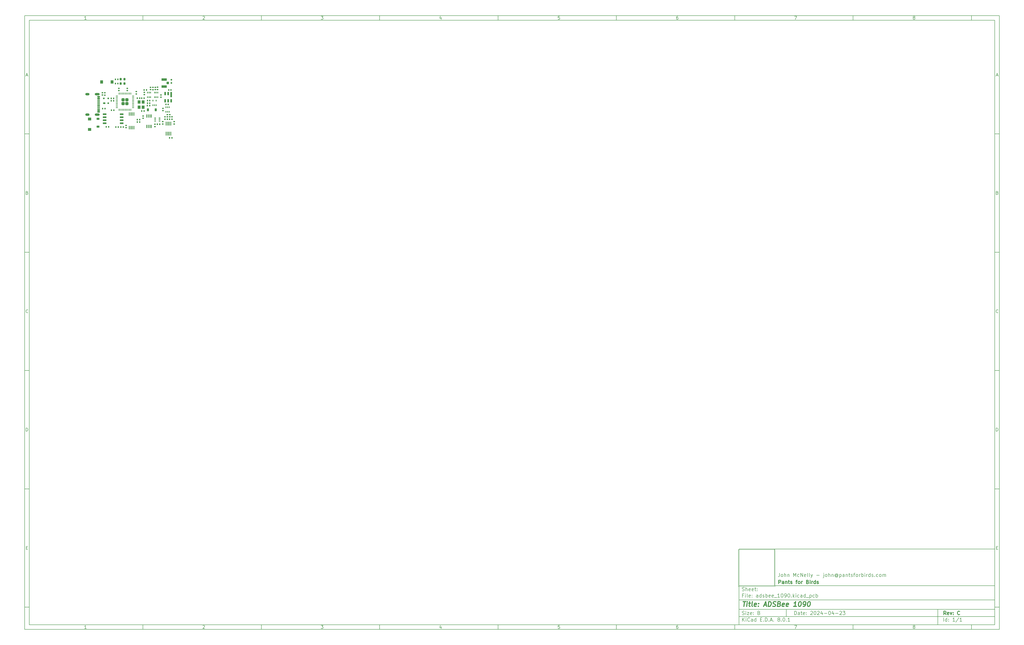
<source format=gbr>
G04 #@! TF.GenerationSoftware,KiCad,Pcbnew,8.0.1*
G04 #@! TF.CreationDate,2024-04-23T11:39:21-07:00*
G04 #@! TF.ProjectId,adsbee_1090,61647362-6565-45f3-9130-39302e6b6963,C*
G04 #@! TF.SameCoordinates,Original*
G04 #@! TF.FileFunction,Paste,Top*
G04 #@! TF.FilePolarity,Positive*
%FSLAX46Y46*%
G04 Gerber Fmt 4.6, Leading zero omitted, Abs format (unit mm)*
G04 Created by KiCad (PCBNEW 8.0.1) date 2024-04-23 11:39:21*
%MOMM*%
%LPD*%
G01*
G04 APERTURE LIST*
G04 Aperture macros list*
%AMRoundRect*
0 Rectangle with rounded corners*
0 $1 Rounding radius*
0 $2 $3 $4 $5 $6 $7 $8 $9 X,Y pos of 4 corners*
0 Add a 4 corners polygon primitive as box body*
4,1,4,$2,$3,$4,$5,$6,$7,$8,$9,$2,$3,0*
0 Add four circle primitives for the rounded corners*
1,1,$1+$1,$2,$3*
1,1,$1+$1,$4,$5*
1,1,$1+$1,$6,$7*
1,1,$1+$1,$8,$9*
0 Add four rect primitives between the rounded corners*
20,1,$1+$1,$2,$3,$4,$5,0*
20,1,$1+$1,$4,$5,$6,$7,0*
20,1,$1+$1,$6,$7,$8,$9,0*
20,1,$1+$1,$8,$9,$2,$3,0*%
G04 Aperture macros list end*
%ADD10C,0.100000*%
%ADD11C,0.150000*%
%ADD12C,0.300000*%
%ADD13C,0.400000*%
%ADD14RoundRect,0.140000X-0.170000X0.140000X-0.170000X-0.140000X0.170000X-0.140000X0.170000X0.140000X0*%
%ADD15RoundRect,0.135000X-0.135000X-0.185000X0.135000X-0.185000X0.135000X0.185000X-0.135000X0.185000X0*%
%ADD16R,1.360000X1.230000*%
%ADD17RoundRect,0.150000X-0.200000X0.150000X-0.200000X-0.150000X0.200000X-0.150000X0.200000X0.150000X0*%
%ADD18RoundRect,0.140000X0.140000X0.170000X-0.140000X0.170000X-0.140000X-0.170000X0.140000X-0.170000X0*%
%ADD19RoundRect,0.135000X0.185000X-0.135000X0.185000X0.135000X-0.185000X0.135000X-0.185000X-0.135000X0*%
%ADD20RoundRect,0.140000X-0.140000X-0.170000X0.140000X-0.170000X0.140000X0.170000X-0.140000X0.170000X0*%
%ADD21RoundRect,0.140000X0.170000X-0.140000X0.170000X0.140000X-0.170000X0.140000X-0.170000X-0.140000X0*%
%ADD22RoundRect,0.100000X0.100000X-0.637500X0.100000X0.637500X-0.100000X0.637500X-0.100000X-0.637500X0*%
%ADD23RoundRect,0.135000X0.135000X0.185000X-0.135000X0.185000X-0.135000X-0.185000X0.135000X-0.185000X0*%
%ADD24RoundRect,0.100000X-0.100000X0.712500X-0.100000X-0.712500X0.100000X-0.712500X0.100000X0.712500X0*%
%ADD25RoundRect,0.249999X0.395001X-0.395001X0.395001X0.395001X-0.395001X0.395001X-0.395001X-0.395001X0*%
%ADD26RoundRect,0.050000X0.050000X-0.387500X0.050000X0.387500X-0.050000X0.387500X-0.050000X-0.387500X0*%
%ADD27RoundRect,0.050000X0.387500X-0.050000X0.387500X0.050000X-0.387500X0.050000X-0.387500X-0.050000X0*%
%ADD28RoundRect,0.100000X-0.100000X0.225000X-0.100000X-0.225000X0.100000X-0.225000X0.100000X0.225000X0*%
%ADD29R,0.450000X1.450000*%
%ADD30RoundRect,0.225000X-0.375000X0.225000X-0.375000X-0.225000X0.375000X-0.225000X0.375000X0.225000X0*%
%ADD31RoundRect,0.150000X0.650000X0.150000X-0.650000X0.150000X-0.650000X-0.150000X0.650000X-0.150000X0*%
%ADD32R,1.230000X1.360000*%
%ADD33R,1.200000X1.400000*%
%ADD34RoundRect,0.135000X-0.185000X0.135000X-0.185000X-0.135000X0.185000X-0.135000X0.185000X0.135000X0*%
%ADD35RoundRect,0.175000X0.325000X-0.175000X0.325000X0.175000X-0.325000X0.175000X-0.325000X-0.175000X0*%
%ADD36RoundRect,0.150000X0.150000X-0.200000X0.150000X0.200000X-0.150000X0.200000X-0.150000X-0.200000X0*%
%ADD37RoundRect,0.100000X0.225000X0.100000X-0.225000X0.100000X-0.225000X-0.100000X0.225000X-0.100000X0*%
%ADD38R,1.050000X1.000000*%
%ADD39R,2.200000X1.050000*%
%ADD40RoundRect,0.100000X0.100000X-0.225000X0.100000X0.225000X-0.100000X0.225000X-0.100000X-0.225000X0*%
%ADD41RoundRect,0.218750X-0.218750X-0.256250X0.218750X-0.256250X0.218750X0.256250X-0.218750X0.256250X0*%
%ADD42RoundRect,0.225000X0.225000X0.375000X-0.225000X0.375000X-0.225000X-0.375000X0.225000X-0.375000X0*%
%ADD43RoundRect,0.147500X0.147500X0.172500X-0.147500X0.172500X-0.147500X-0.172500X0.147500X-0.172500X0*%
%ADD44RoundRect,0.150000X-0.425000X0.150000X-0.425000X-0.150000X0.425000X-0.150000X0.425000X0.150000X0*%
%ADD45RoundRect,0.075000X-0.500000X0.075000X-0.500000X-0.075000X0.500000X-0.075000X0.500000X0.075000X0*%
%ADD46O,2.100000X1.000000*%
%ADD47O,1.800000X1.000000*%
%ADD48R,0.740000X2.310000*%
%ADD49R,0.740000X1.400000*%
G04 APERTURE END LIST*
D10*
X311457819Y-235654619D02*
X311457819Y-251240982D01*
X327044182Y-251240982D01*
X327044182Y-235654619D01*
X311457819Y-235654619D01*
D11*
X311800000Y-235400000D02*
X419800000Y-235400000D01*
X419800000Y-267400000D01*
X311800000Y-267400000D01*
X311800000Y-235400000D01*
D10*
D11*
X10000000Y-10000000D02*
X421800000Y-10000000D01*
X421800000Y-269400000D01*
X10000000Y-269400000D01*
X10000000Y-10000000D01*
D10*
D11*
X12000000Y-12000000D02*
X419800000Y-12000000D01*
X419800000Y-267400000D01*
X12000000Y-267400000D01*
X12000000Y-12000000D01*
D10*
D11*
X60000000Y-12000000D02*
X60000000Y-10000000D01*
D10*
D11*
X110000000Y-12000000D02*
X110000000Y-10000000D01*
D10*
D11*
X160000000Y-12000000D02*
X160000000Y-10000000D01*
D10*
D11*
X210000000Y-12000000D02*
X210000000Y-10000000D01*
D10*
D11*
X260000000Y-12000000D02*
X260000000Y-10000000D01*
D10*
D11*
X310000000Y-12000000D02*
X310000000Y-10000000D01*
D10*
D11*
X360000000Y-12000000D02*
X360000000Y-10000000D01*
D10*
D11*
X410000000Y-12000000D02*
X410000000Y-10000000D01*
D10*
D11*
X36089160Y-11593604D02*
X35346303Y-11593604D01*
X35717731Y-11593604D02*
X35717731Y-10293604D01*
X35717731Y-10293604D02*
X35593922Y-10479319D01*
X35593922Y-10479319D02*
X35470112Y-10603128D01*
X35470112Y-10603128D02*
X35346303Y-10665033D01*
D10*
D11*
X85346303Y-10417414D02*
X85408207Y-10355509D01*
X85408207Y-10355509D02*
X85532017Y-10293604D01*
X85532017Y-10293604D02*
X85841541Y-10293604D01*
X85841541Y-10293604D02*
X85965350Y-10355509D01*
X85965350Y-10355509D02*
X86027255Y-10417414D01*
X86027255Y-10417414D02*
X86089160Y-10541223D01*
X86089160Y-10541223D02*
X86089160Y-10665033D01*
X86089160Y-10665033D02*
X86027255Y-10850747D01*
X86027255Y-10850747D02*
X85284398Y-11593604D01*
X85284398Y-11593604D02*
X86089160Y-11593604D01*
D10*
D11*
X135284398Y-10293604D02*
X136089160Y-10293604D01*
X136089160Y-10293604D02*
X135655826Y-10788842D01*
X135655826Y-10788842D02*
X135841541Y-10788842D01*
X135841541Y-10788842D02*
X135965350Y-10850747D01*
X135965350Y-10850747D02*
X136027255Y-10912652D01*
X136027255Y-10912652D02*
X136089160Y-11036461D01*
X136089160Y-11036461D02*
X136089160Y-11345985D01*
X136089160Y-11345985D02*
X136027255Y-11469795D01*
X136027255Y-11469795D02*
X135965350Y-11531700D01*
X135965350Y-11531700D02*
X135841541Y-11593604D01*
X135841541Y-11593604D02*
X135470112Y-11593604D01*
X135470112Y-11593604D02*
X135346303Y-11531700D01*
X135346303Y-11531700D02*
X135284398Y-11469795D01*
D10*
D11*
X185965350Y-10726938D02*
X185965350Y-11593604D01*
X185655826Y-10231700D02*
X185346303Y-11160271D01*
X185346303Y-11160271D02*
X186151064Y-11160271D01*
D10*
D11*
X236027255Y-10293604D02*
X235408207Y-10293604D01*
X235408207Y-10293604D02*
X235346303Y-10912652D01*
X235346303Y-10912652D02*
X235408207Y-10850747D01*
X235408207Y-10850747D02*
X235532017Y-10788842D01*
X235532017Y-10788842D02*
X235841541Y-10788842D01*
X235841541Y-10788842D02*
X235965350Y-10850747D01*
X235965350Y-10850747D02*
X236027255Y-10912652D01*
X236027255Y-10912652D02*
X236089160Y-11036461D01*
X236089160Y-11036461D02*
X236089160Y-11345985D01*
X236089160Y-11345985D02*
X236027255Y-11469795D01*
X236027255Y-11469795D02*
X235965350Y-11531700D01*
X235965350Y-11531700D02*
X235841541Y-11593604D01*
X235841541Y-11593604D02*
X235532017Y-11593604D01*
X235532017Y-11593604D02*
X235408207Y-11531700D01*
X235408207Y-11531700D02*
X235346303Y-11469795D01*
D10*
D11*
X285965350Y-10293604D02*
X285717731Y-10293604D01*
X285717731Y-10293604D02*
X285593922Y-10355509D01*
X285593922Y-10355509D02*
X285532017Y-10417414D01*
X285532017Y-10417414D02*
X285408207Y-10603128D01*
X285408207Y-10603128D02*
X285346303Y-10850747D01*
X285346303Y-10850747D02*
X285346303Y-11345985D01*
X285346303Y-11345985D02*
X285408207Y-11469795D01*
X285408207Y-11469795D02*
X285470112Y-11531700D01*
X285470112Y-11531700D02*
X285593922Y-11593604D01*
X285593922Y-11593604D02*
X285841541Y-11593604D01*
X285841541Y-11593604D02*
X285965350Y-11531700D01*
X285965350Y-11531700D02*
X286027255Y-11469795D01*
X286027255Y-11469795D02*
X286089160Y-11345985D01*
X286089160Y-11345985D02*
X286089160Y-11036461D01*
X286089160Y-11036461D02*
X286027255Y-10912652D01*
X286027255Y-10912652D02*
X285965350Y-10850747D01*
X285965350Y-10850747D02*
X285841541Y-10788842D01*
X285841541Y-10788842D02*
X285593922Y-10788842D01*
X285593922Y-10788842D02*
X285470112Y-10850747D01*
X285470112Y-10850747D02*
X285408207Y-10912652D01*
X285408207Y-10912652D02*
X285346303Y-11036461D01*
D10*
D11*
X335284398Y-10293604D02*
X336151064Y-10293604D01*
X336151064Y-10293604D02*
X335593922Y-11593604D01*
D10*
D11*
X385593922Y-10850747D02*
X385470112Y-10788842D01*
X385470112Y-10788842D02*
X385408207Y-10726938D01*
X385408207Y-10726938D02*
X385346303Y-10603128D01*
X385346303Y-10603128D02*
X385346303Y-10541223D01*
X385346303Y-10541223D02*
X385408207Y-10417414D01*
X385408207Y-10417414D02*
X385470112Y-10355509D01*
X385470112Y-10355509D02*
X385593922Y-10293604D01*
X385593922Y-10293604D02*
X385841541Y-10293604D01*
X385841541Y-10293604D02*
X385965350Y-10355509D01*
X385965350Y-10355509D02*
X386027255Y-10417414D01*
X386027255Y-10417414D02*
X386089160Y-10541223D01*
X386089160Y-10541223D02*
X386089160Y-10603128D01*
X386089160Y-10603128D02*
X386027255Y-10726938D01*
X386027255Y-10726938D02*
X385965350Y-10788842D01*
X385965350Y-10788842D02*
X385841541Y-10850747D01*
X385841541Y-10850747D02*
X385593922Y-10850747D01*
X385593922Y-10850747D02*
X385470112Y-10912652D01*
X385470112Y-10912652D02*
X385408207Y-10974557D01*
X385408207Y-10974557D02*
X385346303Y-11098366D01*
X385346303Y-11098366D02*
X385346303Y-11345985D01*
X385346303Y-11345985D02*
X385408207Y-11469795D01*
X385408207Y-11469795D02*
X385470112Y-11531700D01*
X385470112Y-11531700D02*
X385593922Y-11593604D01*
X385593922Y-11593604D02*
X385841541Y-11593604D01*
X385841541Y-11593604D02*
X385965350Y-11531700D01*
X385965350Y-11531700D02*
X386027255Y-11469795D01*
X386027255Y-11469795D02*
X386089160Y-11345985D01*
X386089160Y-11345985D02*
X386089160Y-11098366D01*
X386089160Y-11098366D02*
X386027255Y-10974557D01*
X386027255Y-10974557D02*
X385965350Y-10912652D01*
X385965350Y-10912652D02*
X385841541Y-10850747D01*
D10*
D11*
X60000000Y-267400000D02*
X60000000Y-269400000D01*
D10*
D11*
X110000000Y-267400000D02*
X110000000Y-269400000D01*
D10*
D11*
X160000000Y-267400000D02*
X160000000Y-269400000D01*
D10*
D11*
X210000000Y-267400000D02*
X210000000Y-269400000D01*
D10*
D11*
X260000000Y-267400000D02*
X260000000Y-269400000D01*
D10*
D11*
X310000000Y-267400000D02*
X310000000Y-269400000D01*
D10*
D11*
X360000000Y-267400000D02*
X360000000Y-269400000D01*
D10*
D11*
X410000000Y-267400000D02*
X410000000Y-269400000D01*
D10*
D11*
X36089160Y-268993604D02*
X35346303Y-268993604D01*
X35717731Y-268993604D02*
X35717731Y-267693604D01*
X35717731Y-267693604D02*
X35593922Y-267879319D01*
X35593922Y-267879319D02*
X35470112Y-268003128D01*
X35470112Y-268003128D02*
X35346303Y-268065033D01*
D10*
D11*
X85346303Y-267817414D02*
X85408207Y-267755509D01*
X85408207Y-267755509D02*
X85532017Y-267693604D01*
X85532017Y-267693604D02*
X85841541Y-267693604D01*
X85841541Y-267693604D02*
X85965350Y-267755509D01*
X85965350Y-267755509D02*
X86027255Y-267817414D01*
X86027255Y-267817414D02*
X86089160Y-267941223D01*
X86089160Y-267941223D02*
X86089160Y-268065033D01*
X86089160Y-268065033D02*
X86027255Y-268250747D01*
X86027255Y-268250747D02*
X85284398Y-268993604D01*
X85284398Y-268993604D02*
X86089160Y-268993604D01*
D10*
D11*
X135284398Y-267693604D02*
X136089160Y-267693604D01*
X136089160Y-267693604D02*
X135655826Y-268188842D01*
X135655826Y-268188842D02*
X135841541Y-268188842D01*
X135841541Y-268188842D02*
X135965350Y-268250747D01*
X135965350Y-268250747D02*
X136027255Y-268312652D01*
X136027255Y-268312652D02*
X136089160Y-268436461D01*
X136089160Y-268436461D02*
X136089160Y-268745985D01*
X136089160Y-268745985D02*
X136027255Y-268869795D01*
X136027255Y-268869795D02*
X135965350Y-268931700D01*
X135965350Y-268931700D02*
X135841541Y-268993604D01*
X135841541Y-268993604D02*
X135470112Y-268993604D01*
X135470112Y-268993604D02*
X135346303Y-268931700D01*
X135346303Y-268931700D02*
X135284398Y-268869795D01*
D10*
D11*
X185965350Y-268126938D02*
X185965350Y-268993604D01*
X185655826Y-267631700D02*
X185346303Y-268560271D01*
X185346303Y-268560271D02*
X186151064Y-268560271D01*
D10*
D11*
X236027255Y-267693604D02*
X235408207Y-267693604D01*
X235408207Y-267693604D02*
X235346303Y-268312652D01*
X235346303Y-268312652D02*
X235408207Y-268250747D01*
X235408207Y-268250747D02*
X235532017Y-268188842D01*
X235532017Y-268188842D02*
X235841541Y-268188842D01*
X235841541Y-268188842D02*
X235965350Y-268250747D01*
X235965350Y-268250747D02*
X236027255Y-268312652D01*
X236027255Y-268312652D02*
X236089160Y-268436461D01*
X236089160Y-268436461D02*
X236089160Y-268745985D01*
X236089160Y-268745985D02*
X236027255Y-268869795D01*
X236027255Y-268869795D02*
X235965350Y-268931700D01*
X235965350Y-268931700D02*
X235841541Y-268993604D01*
X235841541Y-268993604D02*
X235532017Y-268993604D01*
X235532017Y-268993604D02*
X235408207Y-268931700D01*
X235408207Y-268931700D02*
X235346303Y-268869795D01*
D10*
D11*
X285965350Y-267693604D02*
X285717731Y-267693604D01*
X285717731Y-267693604D02*
X285593922Y-267755509D01*
X285593922Y-267755509D02*
X285532017Y-267817414D01*
X285532017Y-267817414D02*
X285408207Y-268003128D01*
X285408207Y-268003128D02*
X285346303Y-268250747D01*
X285346303Y-268250747D02*
X285346303Y-268745985D01*
X285346303Y-268745985D02*
X285408207Y-268869795D01*
X285408207Y-268869795D02*
X285470112Y-268931700D01*
X285470112Y-268931700D02*
X285593922Y-268993604D01*
X285593922Y-268993604D02*
X285841541Y-268993604D01*
X285841541Y-268993604D02*
X285965350Y-268931700D01*
X285965350Y-268931700D02*
X286027255Y-268869795D01*
X286027255Y-268869795D02*
X286089160Y-268745985D01*
X286089160Y-268745985D02*
X286089160Y-268436461D01*
X286089160Y-268436461D02*
X286027255Y-268312652D01*
X286027255Y-268312652D02*
X285965350Y-268250747D01*
X285965350Y-268250747D02*
X285841541Y-268188842D01*
X285841541Y-268188842D02*
X285593922Y-268188842D01*
X285593922Y-268188842D02*
X285470112Y-268250747D01*
X285470112Y-268250747D02*
X285408207Y-268312652D01*
X285408207Y-268312652D02*
X285346303Y-268436461D01*
D10*
D11*
X335284398Y-267693604D02*
X336151064Y-267693604D01*
X336151064Y-267693604D02*
X335593922Y-268993604D01*
D10*
D11*
X385593922Y-268250747D02*
X385470112Y-268188842D01*
X385470112Y-268188842D02*
X385408207Y-268126938D01*
X385408207Y-268126938D02*
X385346303Y-268003128D01*
X385346303Y-268003128D02*
X385346303Y-267941223D01*
X385346303Y-267941223D02*
X385408207Y-267817414D01*
X385408207Y-267817414D02*
X385470112Y-267755509D01*
X385470112Y-267755509D02*
X385593922Y-267693604D01*
X385593922Y-267693604D02*
X385841541Y-267693604D01*
X385841541Y-267693604D02*
X385965350Y-267755509D01*
X385965350Y-267755509D02*
X386027255Y-267817414D01*
X386027255Y-267817414D02*
X386089160Y-267941223D01*
X386089160Y-267941223D02*
X386089160Y-268003128D01*
X386089160Y-268003128D02*
X386027255Y-268126938D01*
X386027255Y-268126938D02*
X385965350Y-268188842D01*
X385965350Y-268188842D02*
X385841541Y-268250747D01*
X385841541Y-268250747D02*
X385593922Y-268250747D01*
X385593922Y-268250747D02*
X385470112Y-268312652D01*
X385470112Y-268312652D02*
X385408207Y-268374557D01*
X385408207Y-268374557D02*
X385346303Y-268498366D01*
X385346303Y-268498366D02*
X385346303Y-268745985D01*
X385346303Y-268745985D02*
X385408207Y-268869795D01*
X385408207Y-268869795D02*
X385470112Y-268931700D01*
X385470112Y-268931700D02*
X385593922Y-268993604D01*
X385593922Y-268993604D02*
X385841541Y-268993604D01*
X385841541Y-268993604D02*
X385965350Y-268931700D01*
X385965350Y-268931700D02*
X386027255Y-268869795D01*
X386027255Y-268869795D02*
X386089160Y-268745985D01*
X386089160Y-268745985D02*
X386089160Y-268498366D01*
X386089160Y-268498366D02*
X386027255Y-268374557D01*
X386027255Y-268374557D02*
X385965350Y-268312652D01*
X385965350Y-268312652D02*
X385841541Y-268250747D01*
D10*
D11*
X10000000Y-60000000D02*
X12000000Y-60000000D01*
D10*
D11*
X10000000Y-110000000D02*
X12000000Y-110000000D01*
D10*
D11*
X10000000Y-160000000D02*
X12000000Y-160000000D01*
D10*
D11*
X10000000Y-210000000D02*
X12000000Y-210000000D01*
D10*
D11*
X10000000Y-260000000D02*
X12000000Y-260000000D01*
D10*
D11*
X10690476Y-35222176D02*
X11309523Y-35222176D01*
X10566666Y-35593604D02*
X10999999Y-34293604D01*
X10999999Y-34293604D02*
X11433333Y-35593604D01*
D10*
D11*
X11092857Y-84912652D02*
X11278571Y-84974557D01*
X11278571Y-84974557D02*
X11340476Y-85036461D01*
X11340476Y-85036461D02*
X11402380Y-85160271D01*
X11402380Y-85160271D02*
X11402380Y-85345985D01*
X11402380Y-85345985D02*
X11340476Y-85469795D01*
X11340476Y-85469795D02*
X11278571Y-85531700D01*
X11278571Y-85531700D02*
X11154761Y-85593604D01*
X11154761Y-85593604D02*
X10659523Y-85593604D01*
X10659523Y-85593604D02*
X10659523Y-84293604D01*
X10659523Y-84293604D02*
X11092857Y-84293604D01*
X11092857Y-84293604D02*
X11216666Y-84355509D01*
X11216666Y-84355509D02*
X11278571Y-84417414D01*
X11278571Y-84417414D02*
X11340476Y-84541223D01*
X11340476Y-84541223D02*
X11340476Y-84665033D01*
X11340476Y-84665033D02*
X11278571Y-84788842D01*
X11278571Y-84788842D02*
X11216666Y-84850747D01*
X11216666Y-84850747D02*
X11092857Y-84912652D01*
X11092857Y-84912652D02*
X10659523Y-84912652D01*
D10*
D11*
X11402380Y-135469795D02*
X11340476Y-135531700D01*
X11340476Y-135531700D02*
X11154761Y-135593604D01*
X11154761Y-135593604D02*
X11030952Y-135593604D01*
X11030952Y-135593604D02*
X10845238Y-135531700D01*
X10845238Y-135531700D02*
X10721428Y-135407890D01*
X10721428Y-135407890D02*
X10659523Y-135284080D01*
X10659523Y-135284080D02*
X10597619Y-135036461D01*
X10597619Y-135036461D02*
X10597619Y-134850747D01*
X10597619Y-134850747D02*
X10659523Y-134603128D01*
X10659523Y-134603128D02*
X10721428Y-134479319D01*
X10721428Y-134479319D02*
X10845238Y-134355509D01*
X10845238Y-134355509D02*
X11030952Y-134293604D01*
X11030952Y-134293604D02*
X11154761Y-134293604D01*
X11154761Y-134293604D02*
X11340476Y-134355509D01*
X11340476Y-134355509D02*
X11402380Y-134417414D01*
D10*
D11*
X10659523Y-185593604D02*
X10659523Y-184293604D01*
X10659523Y-184293604D02*
X10969047Y-184293604D01*
X10969047Y-184293604D02*
X11154761Y-184355509D01*
X11154761Y-184355509D02*
X11278571Y-184479319D01*
X11278571Y-184479319D02*
X11340476Y-184603128D01*
X11340476Y-184603128D02*
X11402380Y-184850747D01*
X11402380Y-184850747D02*
X11402380Y-185036461D01*
X11402380Y-185036461D02*
X11340476Y-185284080D01*
X11340476Y-185284080D02*
X11278571Y-185407890D01*
X11278571Y-185407890D02*
X11154761Y-185531700D01*
X11154761Y-185531700D02*
X10969047Y-185593604D01*
X10969047Y-185593604D02*
X10659523Y-185593604D01*
D10*
D11*
X10721428Y-234912652D02*
X11154762Y-234912652D01*
X11340476Y-235593604D02*
X10721428Y-235593604D01*
X10721428Y-235593604D02*
X10721428Y-234293604D01*
X10721428Y-234293604D02*
X11340476Y-234293604D01*
D10*
D11*
X421800000Y-60000000D02*
X419800000Y-60000000D01*
D10*
D11*
X421800000Y-110000000D02*
X419800000Y-110000000D01*
D10*
D11*
X421800000Y-160000000D02*
X419800000Y-160000000D01*
D10*
D11*
X421800000Y-210000000D02*
X419800000Y-210000000D01*
D10*
D11*
X421800000Y-260000000D02*
X419800000Y-260000000D01*
D10*
D11*
X420490476Y-35222176D02*
X421109523Y-35222176D01*
X420366666Y-35593604D02*
X420799999Y-34293604D01*
X420799999Y-34293604D02*
X421233333Y-35593604D01*
D10*
D11*
X420892857Y-84912652D02*
X421078571Y-84974557D01*
X421078571Y-84974557D02*
X421140476Y-85036461D01*
X421140476Y-85036461D02*
X421202380Y-85160271D01*
X421202380Y-85160271D02*
X421202380Y-85345985D01*
X421202380Y-85345985D02*
X421140476Y-85469795D01*
X421140476Y-85469795D02*
X421078571Y-85531700D01*
X421078571Y-85531700D02*
X420954761Y-85593604D01*
X420954761Y-85593604D02*
X420459523Y-85593604D01*
X420459523Y-85593604D02*
X420459523Y-84293604D01*
X420459523Y-84293604D02*
X420892857Y-84293604D01*
X420892857Y-84293604D02*
X421016666Y-84355509D01*
X421016666Y-84355509D02*
X421078571Y-84417414D01*
X421078571Y-84417414D02*
X421140476Y-84541223D01*
X421140476Y-84541223D02*
X421140476Y-84665033D01*
X421140476Y-84665033D02*
X421078571Y-84788842D01*
X421078571Y-84788842D02*
X421016666Y-84850747D01*
X421016666Y-84850747D02*
X420892857Y-84912652D01*
X420892857Y-84912652D02*
X420459523Y-84912652D01*
D10*
D11*
X421202380Y-135469795D02*
X421140476Y-135531700D01*
X421140476Y-135531700D02*
X420954761Y-135593604D01*
X420954761Y-135593604D02*
X420830952Y-135593604D01*
X420830952Y-135593604D02*
X420645238Y-135531700D01*
X420645238Y-135531700D02*
X420521428Y-135407890D01*
X420521428Y-135407890D02*
X420459523Y-135284080D01*
X420459523Y-135284080D02*
X420397619Y-135036461D01*
X420397619Y-135036461D02*
X420397619Y-134850747D01*
X420397619Y-134850747D02*
X420459523Y-134603128D01*
X420459523Y-134603128D02*
X420521428Y-134479319D01*
X420521428Y-134479319D02*
X420645238Y-134355509D01*
X420645238Y-134355509D02*
X420830952Y-134293604D01*
X420830952Y-134293604D02*
X420954761Y-134293604D01*
X420954761Y-134293604D02*
X421140476Y-134355509D01*
X421140476Y-134355509D02*
X421202380Y-134417414D01*
D10*
D11*
X420459523Y-185593604D02*
X420459523Y-184293604D01*
X420459523Y-184293604D02*
X420769047Y-184293604D01*
X420769047Y-184293604D02*
X420954761Y-184355509D01*
X420954761Y-184355509D02*
X421078571Y-184479319D01*
X421078571Y-184479319D02*
X421140476Y-184603128D01*
X421140476Y-184603128D02*
X421202380Y-184850747D01*
X421202380Y-184850747D02*
X421202380Y-185036461D01*
X421202380Y-185036461D02*
X421140476Y-185284080D01*
X421140476Y-185284080D02*
X421078571Y-185407890D01*
X421078571Y-185407890D02*
X420954761Y-185531700D01*
X420954761Y-185531700D02*
X420769047Y-185593604D01*
X420769047Y-185593604D02*
X420459523Y-185593604D01*
D10*
D11*
X420521428Y-234912652D02*
X420954762Y-234912652D01*
X421140476Y-235593604D02*
X420521428Y-235593604D01*
X420521428Y-235593604D02*
X420521428Y-234293604D01*
X420521428Y-234293604D02*
X421140476Y-234293604D01*
D10*
D11*
X335255826Y-263186128D02*
X335255826Y-261686128D01*
X335255826Y-261686128D02*
X335612969Y-261686128D01*
X335612969Y-261686128D02*
X335827255Y-261757557D01*
X335827255Y-261757557D02*
X335970112Y-261900414D01*
X335970112Y-261900414D02*
X336041541Y-262043271D01*
X336041541Y-262043271D02*
X336112969Y-262328985D01*
X336112969Y-262328985D02*
X336112969Y-262543271D01*
X336112969Y-262543271D02*
X336041541Y-262828985D01*
X336041541Y-262828985D02*
X335970112Y-262971842D01*
X335970112Y-262971842D02*
X335827255Y-263114700D01*
X335827255Y-263114700D02*
X335612969Y-263186128D01*
X335612969Y-263186128D02*
X335255826Y-263186128D01*
X337398684Y-263186128D02*
X337398684Y-262400414D01*
X337398684Y-262400414D02*
X337327255Y-262257557D01*
X337327255Y-262257557D02*
X337184398Y-262186128D01*
X337184398Y-262186128D02*
X336898684Y-262186128D01*
X336898684Y-262186128D02*
X336755826Y-262257557D01*
X337398684Y-263114700D02*
X337255826Y-263186128D01*
X337255826Y-263186128D02*
X336898684Y-263186128D01*
X336898684Y-263186128D02*
X336755826Y-263114700D01*
X336755826Y-263114700D02*
X336684398Y-262971842D01*
X336684398Y-262971842D02*
X336684398Y-262828985D01*
X336684398Y-262828985D02*
X336755826Y-262686128D01*
X336755826Y-262686128D02*
X336898684Y-262614700D01*
X336898684Y-262614700D02*
X337255826Y-262614700D01*
X337255826Y-262614700D02*
X337398684Y-262543271D01*
X337898684Y-262186128D02*
X338470112Y-262186128D01*
X338112969Y-261686128D02*
X338112969Y-262971842D01*
X338112969Y-262971842D02*
X338184398Y-263114700D01*
X338184398Y-263114700D02*
X338327255Y-263186128D01*
X338327255Y-263186128D02*
X338470112Y-263186128D01*
X339541541Y-263114700D02*
X339398684Y-263186128D01*
X339398684Y-263186128D02*
X339112970Y-263186128D01*
X339112970Y-263186128D02*
X338970112Y-263114700D01*
X338970112Y-263114700D02*
X338898684Y-262971842D01*
X338898684Y-262971842D02*
X338898684Y-262400414D01*
X338898684Y-262400414D02*
X338970112Y-262257557D01*
X338970112Y-262257557D02*
X339112970Y-262186128D01*
X339112970Y-262186128D02*
X339398684Y-262186128D01*
X339398684Y-262186128D02*
X339541541Y-262257557D01*
X339541541Y-262257557D02*
X339612970Y-262400414D01*
X339612970Y-262400414D02*
X339612970Y-262543271D01*
X339612970Y-262543271D02*
X338898684Y-262686128D01*
X340255826Y-263043271D02*
X340327255Y-263114700D01*
X340327255Y-263114700D02*
X340255826Y-263186128D01*
X340255826Y-263186128D02*
X340184398Y-263114700D01*
X340184398Y-263114700D02*
X340255826Y-263043271D01*
X340255826Y-263043271D02*
X340255826Y-263186128D01*
X340255826Y-262257557D02*
X340327255Y-262328985D01*
X340327255Y-262328985D02*
X340255826Y-262400414D01*
X340255826Y-262400414D02*
X340184398Y-262328985D01*
X340184398Y-262328985D02*
X340255826Y-262257557D01*
X340255826Y-262257557D02*
X340255826Y-262400414D01*
X342041541Y-261828985D02*
X342112969Y-261757557D01*
X342112969Y-261757557D02*
X342255827Y-261686128D01*
X342255827Y-261686128D02*
X342612969Y-261686128D01*
X342612969Y-261686128D02*
X342755827Y-261757557D01*
X342755827Y-261757557D02*
X342827255Y-261828985D01*
X342827255Y-261828985D02*
X342898684Y-261971842D01*
X342898684Y-261971842D02*
X342898684Y-262114700D01*
X342898684Y-262114700D02*
X342827255Y-262328985D01*
X342827255Y-262328985D02*
X341970112Y-263186128D01*
X341970112Y-263186128D02*
X342898684Y-263186128D01*
X343827255Y-261686128D02*
X343970112Y-261686128D01*
X343970112Y-261686128D02*
X344112969Y-261757557D01*
X344112969Y-261757557D02*
X344184398Y-261828985D01*
X344184398Y-261828985D02*
X344255826Y-261971842D01*
X344255826Y-261971842D02*
X344327255Y-262257557D01*
X344327255Y-262257557D02*
X344327255Y-262614700D01*
X344327255Y-262614700D02*
X344255826Y-262900414D01*
X344255826Y-262900414D02*
X344184398Y-263043271D01*
X344184398Y-263043271D02*
X344112969Y-263114700D01*
X344112969Y-263114700D02*
X343970112Y-263186128D01*
X343970112Y-263186128D02*
X343827255Y-263186128D01*
X343827255Y-263186128D02*
X343684398Y-263114700D01*
X343684398Y-263114700D02*
X343612969Y-263043271D01*
X343612969Y-263043271D02*
X343541540Y-262900414D01*
X343541540Y-262900414D02*
X343470112Y-262614700D01*
X343470112Y-262614700D02*
X343470112Y-262257557D01*
X343470112Y-262257557D02*
X343541540Y-261971842D01*
X343541540Y-261971842D02*
X343612969Y-261828985D01*
X343612969Y-261828985D02*
X343684398Y-261757557D01*
X343684398Y-261757557D02*
X343827255Y-261686128D01*
X344898683Y-261828985D02*
X344970111Y-261757557D01*
X344970111Y-261757557D02*
X345112969Y-261686128D01*
X345112969Y-261686128D02*
X345470111Y-261686128D01*
X345470111Y-261686128D02*
X345612969Y-261757557D01*
X345612969Y-261757557D02*
X345684397Y-261828985D01*
X345684397Y-261828985D02*
X345755826Y-261971842D01*
X345755826Y-261971842D02*
X345755826Y-262114700D01*
X345755826Y-262114700D02*
X345684397Y-262328985D01*
X345684397Y-262328985D02*
X344827254Y-263186128D01*
X344827254Y-263186128D02*
X345755826Y-263186128D01*
X347041540Y-262186128D02*
X347041540Y-263186128D01*
X346684397Y-261614700D02*
X346327254Y-262686128D01*
X346327254Y-262686128D02*
X347255825Y-262686128D01*
X347827253Y-262614700D02*
X348970111Y-262614700D01*
X349970111Y-261686128D02*
X350112968Y-261686128D01*
X350112968Y-261686128D02*
X350255825Y-261757557D01*
X350255825Y-261757557D02*
X350327254Y-261828985D01*
X350327254Y-261828985D02*
X350398682Y-261971842D01*
X350398682Y-261971842D02*
X350470111Y-262257557D01*
X350470111Y-262257557D02*
X350470111Y-262614700D01*
X350470111Y-262614700D02*
X350398682Y-262900414D01*
X350398682Y-262900414D02*
X350327254Y-263043271D01*
X350327254Y-263043271D02*
X350255825Y-263114700D01*
X350255825Y-263114700D02*
X350112968Y-263186128D01*
X350112968Y-263186128D02*
X349970111Y-263186128D01*
X349970111Y-263186128D02*
X349827254Y-263114700D01*
X349827254Y-263114700D02*
X349755825Y-263043271D01*
X349755825Y-263043271D02*
X349684396Y-262900414D01*
X349684396Y-262900414D02*
X349612968Y-262614700D01*
X349612968Y-262614700D02*
X349612968Y-262257557D01*
X349612968Y-262257557D02*
X349684396Y-261971842D01*
X349684396Y-261971842D02*
X349755825Y-261828985D01*
X349755825Y-261828985D02*
X349827254Y-261757557D01*
X349827254Y-261757557D02*
X349970111Y-261686128D01*
X351755825Y-262186128D02*
X351755825Y-263186128D01*
X351398682Y-261614700D02*
X351041539Y-262686128D01*
X351041539Y-262686128D02*
X351970110Y-262686128D01*
X352541538Y-262614700D02*
X353684396Y-262614700D01*
X354327253Y-261828985D02*
X354398681Y-261757557D01*
X354398681Y-261757557D02*
X354541539Y-261686128D01*
X354541539Y-261686128D02*
X354898681Y-261686128D01*
X354898681Y-261686128D02*
X355041539Y-261757557D01*
X355041539Y-261757557D02*
X355112967Y-261828985D01*
X355112967Y-261828985D02*
X355184396Y-261971842D01*
X355184396Y-261971842D02*
X355184396Y-262114700D01*
X355184396Y-262114700D02*
X355112967Y-262328985D01*
X355112967Y-262328985D02*
X354255824Y-263186128D01*
X354255824Y-263186128D02*
X355184396Y-263186128D01*
X355684395Y-261686128D02*
X356612967Y-261686128D01*
X356612967Y-261686128D02*
X356112967Y-262257557D01*
X356112967Y-262257557D02*
X356327252Y-262257557D01*
X356327252Y-262257557D02*
X356470110Y-262328985D01*
X356470110Y-262328985D02*
X356541538Y-262400414D01*
X356541538Y-262400414D02*
X356612967Y-262543271D01*
X356612967Y-262543271D02*
X356612967Y-262900414D01*
X356612967Y-262900414D02*
X356541538Y-263043271D01*
X356541538Y-263043271D02*
X356470110Y-263114700D01*
X356470110Y-263114700D02*
X356327252Y-263186128D01*
X356327252Y-263186128D02*
X355898681Y-263186128D01*
X355898681Y-263186128D02*
X355755824Y-263114700D01*
X355755824Y-263114700D02*
X355684395Y-263043271D01*
D10*
D11*
X311800000Y-263900000D02*
X419800000Y-263900000D01*
D10*
D11*
X313255826Y-265986128D02*
X313255826Y-264486128D01*
X314112969Y-265986128D02*
X313470112Y-265128985D01*
X314112969Y-264486128D02*
X313255826Y-265343271D01*
X314755826Y-265986128D02*
X314755826Y-264986128D01*
X314755826Y-264486128D02*
X314684398Y-264557557D01*
X314684398Y-264557557D02*
X314755826Y-264628985D01*
X314755826Y-264628985D02*
X314827255Y-264557557D01*
X314827255Y-264557557D02*
X314755826Y-264486128D01*
X314755826Y-264486128D02*
X314755826Y-264628985D01*
X316327255Y-265843271D02*
X316255827Y-265914700D01*
X316255827Y-265914700D02*
X316041541Y-265986128D01*
X316041541Y-265986128D02*
X315898684Y-265986128D01*
X315898684Y-265986128D02*
X315684398Y-265914700D01*
X315684398Y-265914700D02*
X315541541Y-265771842D01*
X315541541Y-265771842D02*
X315470112Y-265628985D01*
X315470112Y-265628985D02*
X315398684Y-265343271D01*
X315398684Y-265343271D02*
X315398684Y-265128985D01*
X315398684Y-265128985D02*
X315470112Y-264843271D01*
X315470112Y-264843271D02*
X315541541Y-264700414D01*
X315541541Y-264700414D02*
X315684398Y-264557557D01*
X315684398Y-264557557D02*
X315898684Y-264486128D01*
X315898684Y-264486128D02*
X316041541Y-264486128D01*
X316041541Y-264486128D02*
X316255827Y-264557557D01*
X316255827Y-264557557D02*
X316327255Y-264628985D01*
X317612970Y-265986128D02*
X317612970Y-265200414D01*
X317612970Y-265200414D02*
X317541541Y-265057557D01*
X317541541Y-265057557D02*
X317398684Y-264986128D01*
X317398684Y-264986128D02*
X317112970Y-264986128D01*
X317112970Y-264986128D02*
X316970112Y-265057557D01*
X317612970Y-265914700D02*
X317470112Y-265986128D01*
X317470112Y-265986128D02*
X317112970Y-265986128D01*
X317112970Y-265986128D02*
X316970112Y-265914700D01*
X316970112Y-265914700D02*
X316898684Y-265771842D01*
X316898684Y-265771842D02*
X316898684Y-265628985D01*
X316898684Y-265628985D02*
X316970112Y-265486128D01*
X316970112Y-265486128D02*
X317112970Y-265414700D01*
X317112970Y-265414700D02*
X317470112Y-265414700D01*
X317470112Y-265414700D02*
X317612970Y-265343271D01*
X318970113Y-265986128D02*
X318970113Y-264486128D01*
X318970113Y-265914700D02*
X318827255Y-265986128D01*
X318827255Y-265986128D02*
X318541541Y-265986128D01*
X318541541Y-265986128D02*
X318398684Y-265914700D01*
X318398684Y-265914700D02*
X318327255Y-265843271D01*
X318327255Y-265843271D02*
X318255827Y-265700414D01*
X318255827Y-265700414D02*
X318255827Y-265271842D01*
X318255827Y-265271842D02*
X318327255Y-265128985D01*
X318327255Y-265128985D02*
X318398684Y-265057557D01*
X318398684Y-265057557D02*
X318541541Y-264986128D01*
X318541541Y-264986128D02*
X318827255Y-264986128D01*
X318827255Y-264986128D02*
X318970113Y-265057557D01*
X320827255Y-265200414D02*
X321327255Y-265200414D01*
X321541541Y-265986128D02*
X320827255Y-265986128D01*
X320827255Y-265986128D02*
X320827255Y-264486128D01*
X320827255Y-264486128D02*
X321541541Y-264486128D01*
X322184398Y-265843271D02*
X322255827Y-265914700D01*
X322255827Y-265914700D02*
X322184398Y-265986128D01*
X322184398Y-265986128D02*
X322112970Y-265914700D01*
X322112970Y-265914700D02*
X322184398Y-265843271D01*
X322184398Y-265843271D02*
X322184398Y-265986128D01*
X322898684Y-265986128D02*
X322898684Y-264486128D01*
X322898684Y-264486128D02*
X323255827Y-264486128D01*
X323255827Y-264486128D02*
X323470113Y-264557557D01*
X323470113Y-264557557D02*
X323612970Y-264700414D01*
X323612970Y-264700414D02*
X323684399Y-264843271D01*
X323684399Y-264843271D02*
X323755827Y-265128985D01*
X323755827Y-265128985D02*
X323755827Y-265343271D01*
X323755827Y-265343271D02*
X323684399Y-265628985D01*
X323684399Y-265628985D02*
X323612970Y-265771842D01*
X323612970Y-265771842D02*
X323470113Y-265914700D01*
X323470113Y-265914700D02*
X323255827Y-265986128D01*
X323255827Y-265986128D02*
X322898684Y-265986128D01*
X324398684Y-265843271D02*
X324470113Y-265914700D01*
X324470113Y-265914700D02*
X324398684Y-265986128D01*
X324398684Y-265986128D02*
X324327256Y-265914700D01*
X324327256Y-265914700D02*
X324398684Y-265843271D01*
X324398684Y-265843271D02*
X324398684Y-265986128D01*
X325041542Y-265557557D02*
X325755828Y-265557557D01*
X324898685Y-265986128D02*
X325398685Y-264486128D01*
X325398685Y-264486128D02*
X325898685Y-265986128D01*
X326398684Y-265843271D02*
X326470113Y-265914700D01*
X326470113Y-265914700D02*
X326398684Y-265986128D01*
X326398684Y-265986128D02*
X326327256Y-265914700D01*
X326327256Y-265914700D02*
X326398684Y-265843271D01*
X326398684Y-265843271D02*
X326398684Y-265986128D01*
X328470113Y-265128985D02*
X328327256Y-265057557D01*
X328327256Y-265057557D02*
X328255827Y-264986128D01*
X328255827Y-264986128D02*
X328184399Y-264843271D01*
X328184399Y-264843271D02*
X328184399Y-264771842D01*
X328184399Y-264771842D02*
X328255827Y-264628985D01*
X328255827Y-264628985D02*
X328327256Y-264557557D01*
X328327256Y-264557557D02*
X328470113Y-264486128D01*
X328470113Y-264486128D02*
X328755827Y-264486128D01*
X328755827Y-264486128D02*
X328898685Y-264557557D01*
X328898685Y-264557557D02*
X328970113Y-264628985D01*
X328970113Y-264628985D02*
X329041542Y-264771842D01*
X329041542Y-264771842D02*
X329041542Y-264843271D01*
X329041542Y-264843271D02*
X328970113Y-264986128D01*
X328970113Y-264986128D02*
X328898685Y-265057557D01*
X328898685Y-265057557D02*
X328755827Y-265128985D01*
X328755827Y-265128985D02*
X328470113Y-265128985D01*
X328470113Y-265128985D02*
X328327256Y-265200414D01*
X328327256Y-265200414D02*
X328255827Y-265271842D01*
X328255827Y-265271842D02*
X328184399Y-265414700D01*
X328184399Y-265414700D02*
X328184399Y-265700414D01*
X328184399Y-265700414D02*
X328255827Y-265843271D01*
X328255827Y-265843271D02*
X328327256Y-265914700D01*
X328327256Y-265914700D02*
X328470113Y-265986128D01*
X328470113Y-265986128D02*
X328755827Y-265986128D01*
X328755827Y-265986128D02*
X328898685Y-265914700D01*
X328898685Y-265914700D02*
X328970113Y-265843271D01*
X328970113Y-265843271D02*
X329041542Y-265700414D01*
X329041542Y-265700414D02*
X329041542Y-265414700D01*
X329041542Y-265414700D02*
X328970113Y-265271842D01*
X328970113Y-265271842D02*
X328898685Y-265200414D01*
X328898685Y-265200414D02*
X328755827Y-265128985D01*
X329684398Y-265843271D02*
X329755827Y-265914700D01*
X329755827Y-265914700D02*
X329684398Y-265986128D01*
X329684398Y-265986128D02*
X329612970Y-265914700D01*
X329612970Y-265914700D02*
X329684398Y-265843271D01*
X329684398Y-265843271D02*
X329684398Y-265986128D01*
X330684399Y-264486128D02*
X330827256Y-264486128D01*
X330827256Y-264486128D02*
X330970113Y-264557557D01*
X330970113Y-264557557D02*
X331041542Y-264628985D01*
X331041542Y-264628985D02*
X331112970Y-264771842D01*
X331112970Y-264771842D02*
X331184399Y-265057557D01*
X331184399Y-265057557D02*
X331184399Y-265414700D01*
X331184399Y-265414700D02*
X331112970Y-265700414D01*
X331112970Y-265700414D02*
X331041542Y-265843271D01*
X331041542Y-265843271D02*
X330970113Y-265914700D01*
X330970113Y-265914700D02*
X330827256Y-265986128D01*
X330827256Y-265986128D02*
X330684399Y-265986128D01*
X330684399Y-265986128D02*
X330541542Y-265914700D01*
X330541542Y-265914700D02*
X330470113Y-265843271D01*
X330470113Y-265843271D02*
X330398684Y-265700414D01*
X330398684Y-265700414D02*
X330327256Y-265414700D01*
X330327256Y-265414700D02*
X330327256Y-265057557D01*
X330327256Y-265057557D02*
X330398684Y-264771842D01*
X330398684Y-264771842D02*
X330470113Y-264628985D01*
X330470113Y-264628985D02*
X330541542Y-264557557D01*
X330541542Y-264557557D02*
X330684399Y-264486128D01*
X331827255Y-265843271D02*
X331898684Y-265914700D01*
X331898684Y-265914700D02*
X331827255Y-265986128D01*
X331827255Y-265986128D02*
X331755827Y-265914700D01*
X331755827Y-265914700D02*
X331827255Y-265843271D01*
X331827255Y-265843271D02*
X331827255Y-265986128D01*
X333327256Y-265986128D02*
X332470113Y-265986128D01*
X332898684Y-265986128D02*
X332898684Y-264486128D01*
X332898684Y-264486128D02*
X332755827Y-264700414D01*
X332755827Y-264700414D02*
X332612970Y-264843271D01*
X332612970Y-264843271D02*
X332470113Y-264914700D01*
D10*
D11*
X311800000Y-260900000D02*
X419800000Y-260900000D01*
D10*
D12*
X399211653Y-263178328D02*
X398711653Y-262464042D01*
X398354510Y-263178328D02*
X398354510Y-261678328D01*
X398354510Y-261678328D02*
X398925939Y-261678328D01*
X398925939Y-261678328D02*
X399068796Y-261749757D01*
X399068796Y-261749757D02*
X399140225Y-261821185D01*
X399140225Y-261821185D02*
X399211653Y-261964042D01*
X399211653Y-261964042D02*
X399211653Y-262178328D01*
X399211653Y-262178328D02*
X399140225Y-262321185D01*
X399140225Y-262321185D02*
X399068796Y-262392614D01*
X399068796Y-262392614D02*
X398925939Y-262464042D01*
X398925939Y-262464042D02*
X398354510Y-262464042D01*
X400425939Y-263106900D02*
X400283082Y-263178328D01*
X400283082Y-263178328D02*
X399997368Y-263178328D01*
X399997368Y-263178328D02*
X399854510Y-263106900D01*
X399854510Y-263106900D02*
X399783082Y-262964042D01*
X399783082Y-262964042D02*
X399783082Y-262392614D01*
X399783082Y-262392614D02*
X399854510Y-262249757D01*
X399854510Y-262249757D02*
X399997368Y-262178328D01*
X399997368Y-262178328D02*
X400283082Y-262178328D01*
X400283082Y-262178328D02*
X400425939Y-262249757D01*
X400425939Y-262249757D02*
X400497368Y-262392614D01*
X400497368Y-262392614D02*
X400497368Y-262535471D01*
X400497368Y-262535471D02*
X399783082Y-262678328D01*
X400997367Y-262178328D02*
X401354510Y-263178328D01*
X401354510Y-263178328D02*
X401711653Y-262178328D01*
X402283081Y-263035471D02*
X402354510Y-263106900D01*
X402354510Y-263106900D02*
X402283081Y-263178328D01*
X402283081Y-263178328D02*
X402211653Y-263106900D01*
X402211653Y-263106900D02*
X402283081Y-263035471D01*
X402283081Y-263035471D02*
X402283081Y-263178328D01*
X402283081Y-262249757D02*
X402354510Y-262321185D01*
X402354510Y-262321185D02*
X402283081Y-262392614D01*
X402283081Y-262392614D02*
X402211653Y-262321185D01*
X402211653Y-262321185D02*
X402283081Y-262249757D01*
X402283081Y-262249757D02*
X402283081Y-262392614D01*
X404997367Y-263035471D02*
X404925939Y-263106900D01*
X404925939Y-263106900D02*
X404711653Y-263178328D01*
X404711653Y-263178328D02*
X404568796Y-263178328D01*
X404568796Y-263178328D02*
X404354510Y-263106900D01*
X404354510Y-263106900D02*
X404211653Y-262964042D01*
X404211653Y-262964042D02*
X404140224Y-262821185D01*
X404140224Y-262821185D02*
X404068796Y-262535471D01*
X404068796Y-262535471D02*
X404068796Y-262321185D01*
X404068796Y-262321185D02*
X404140224Y-262035471D01*
X404140224Y-262035471D02*
X404211653Y-261892614D01*
X404211653Y-261892614D02*
X404354510Y-261749757D01*
X404354510Y-261749757D02*
X404568796Y-261678328D01*
X404568796Y-261678328D02*
X404711653Y-261678328D01*
X404711653Y-261678328D02*
X404925939Y-261749757D01*
X404925939Y-261749757D02*
X404997367Y-261821185D01*
D10*
D11*
X313184398Y-263114700D02*
X313398684Y-263186128D01*
X313398684Y-263186128D02*
X313755826Y-263186128D01*
X313755826Y-263186128D02*
X313898684Y-263114700D01*
X313898684Y-263114700D02*
X313970112Y-263043271D01*
X313970112Y-263043271D02*
X314041541Y-262900414D01*
X314041541Y-262900414D02*
X314041541Y-262757557D01*
X314041541Y-262757557D02*
X313970112Y-262614700D01*
X313970112Y-262614700D02*
X313898684Y-262543271D01*
X313898684Y-262543271D02*
X313755826Y-262471842D01*
X313755826Y-262471842D02*
X313470112Y-262400414D01*
X313470112Y-262400414D02*
X313327255Y-262328985D01*
X313327255Y-262328985D02*
X313255826Y-262257557D01*
X313255826Y-262257557D02*
X313184398Y-262114700D01*
X313184398Y-262114700D02*
X313184398Y-261971842D01*
X313184398Y-261971842D02*
X313255826Y-261828985D01*
X313255826Y-261828985D02*
X313327255Y-261757557D01*
X313327255Y-261757557D02*
X313470112Y-261686128D01*
X313470112Y-261686128D02*
X313827255Y-261686128D01*
X313827255Y-261686128D02*
X314041541Y-261757557D01*
X314684397Y-263186128D02*
X314684397Y-262186128D01*
X314684397Y-261686128D02*
X314612969Y-261757557D01*
X314612969Y-261757557D02*
X314684397Y-261828985D01*
X314684397Y-261828985D02*
X314755826Y-261757557D01*
X314755826Y-261757557D02*
X314684397Y-261686128D01*
X314684397Y-261686128D02*
X314684397Y-261828985D01*
X315255826Y-262186128D02*
X316041541Y-262186128D01*
X316041541Y-262186128D02*
X315255826Y-263186128D01*
X315255826Y-263186128D02*
X316041541Y-263186128D01*
X317184398Y-263114700D02*
X317041541Y-263186128D01*
X317041541Y-263186128D02*
X316755827Y-263186128D01*
X316755827Y-263186128D02*
X316612969Y-263114700D01*
X316612969Y-263114700D02*
X316541541Y-262971842D01*
X316541541Y-262971842D02*
X316541541Y-262400414D01*
X316541541Y-262400414D02*
X316612969Y-262257557D01*
X316612969Y-262257557D02*
X316755827Y-262186128D01*
X316755827Y-262186128D02*
X317041541Y-262186128D01*
X317041541Y-262186128D02*
X317184398Y-262257557D01*
X317184398Y-262257557D02*
X317255827Y-262400414D01*
X317255827Y-262400414D02*
X317255827Y-262543271D01*
X317255827Y-262543271D02*
X316541541Y-262686128D01*
X317898683Y-263043271D02*
X317970112Y-263114700D01*
X317970112Y-263114700D02*
X317898683Y-263186128D01*
X317898683Y-263186128D02*
X317827255Y-263114700D01*
X317827255Y-263114700D02*
X317898683Y-263043271D01*
X317898683Y-263043271D02*
X317898683Y-263186128D01*
X317898683Y-262257557D02*
X317970112Y-262328985D01*
X317970112Y-262328985D02*
X317898683Y-262400414D01*
X317898683Y-262400414D02*
X317827255Y-262328985D01*
X317827255Y-262328985D02*
X317898683Y-262257557D01*
X317898683Y-262257557D02*
X317898683Y-262400414D01*
X320255826Y-262400414D02*
X320470112Y-262471842D01*
X320470112Y-262471842D02*
X320541541Y-262543271D01*
X320541541Y-262543271D02*
X320612969Y-262686128D01*
X320612969Y-262686128D02*
X320612969Y-262900414D01*
X320612969Y-262900414D02*
X320541541Y-263043271D01*
X320541541Y-263043271D02*
X320470112Y-263114700D01*
X320470112Y-263114700D02*
X320327255Y-263186128D01*
X320327255Y-263186128D02*
X319755826Y-263186128D01*
X319755826Y-263186128D02*
X319755826Y-261686128D01*
X319755826Y-261686128D02*
X320255826Y-261686128D01*
X320255826Y-261686128D02*
X320398684Y-261757557D01*
X320398684Y-261757557D02*
X320470112Y-261828985D01*
X320470112Y-261828985D02*
X320541541Y-261971842D01*
X320541541Y-261971842D02*
X320541541Y-262114700D01*
X320541541Y-262114700D02*
X320470112Y-262257557D01*
X320470112Y-262257557D02*
X320398684Y-262328985D01*
X320398684Y-262328985D02*
X320255826Y-262400414D01*
X320255826Y-262400414D02*
X319755826Y-262400414D01*
D10*
D11*
X398255826Y-265986128D02*
X398255826Y-264486128D01*
X399612970Y-265986128D02*
X399612970Y-264486128D01*
X399612970Y-265914700D02*
X399470112Y-265986128D01*
X399470112Y-265986128D02*
X399184398Y-265986128D01*
X399184398Y-265986128D02*
X399041541Y-265914700D01*
X399041541Y-265914700D02*
X398970112Y-265843271D01*
X398970112Y-265843271D02*
X398898684Y-265700414D01*
X398898684Y-265700414D02*
X398898684Y-265271842D01*
X398898684Y-265271842D02*
X398970112Y-265128985D01*
X398970112Y-265128985D02*
X399041541Y-265057557D01*
X399041541Y-265057557D02*
X399184398Y-264986128D01*
X399184398Y-264986128D02*
X399470112Y-264986128D01*
X399470112Y-264986128D02*
X399612970Y-265057557D01*
X400327255Y-265843271D02*
X400398684Y-265914700D01*
X400398684Y-265914700D02*
X400327255Y-265986128D01*
X400327255Y-265986128D02*
X400255827Y-265914700D01*
X400255827Y-265914700D02*
X400327255Y-265843271D01*
X400327255Y-265843271D02*
X400327255Y-265986128D01*
X400327255Y-265057557D02*
X400398684Y-265128985D01*
X400398684Y-265128985D02*
X400327255Y-265200414D01*
X400327255Y-265200414D02*
X400255827Y-265128985D01*
X400255827Y-265128985D02*
X400327255Y-265057557D01*
X400327255Y-265057557D02*
X400327255Y-265200414D01*
X402970113Y-265986128D02*
X402112970Y-265986128D01*
X402541541Y-265986128D02*
X402541541Y-264486128D01*
X402541541Y-264486128D02*
X402398684Y-264700414D01*
X402398684Y-264700414D02*
X402255827Y-264843271D01*
X402255827Y-264843271D02*
X402112970Y-264914700D01*
X404684398Y-264414700D02*
X403398684Y-266343271D01*
X405970113Y-265986128D02*
X405112970Y-265986128D01*
X405541541Y-265986128D02*
X405541541Y-264486128D01*
X405541541Y-264486128D02*
X405398684Y-264700414D01*
X405398684Y-264700414D02*
X405255827Y-264843271D01*
X405255827Y-264843271D02*
X405112970Y-264914700D01*
D10*
D11*
X311800000Y-256900000D02*
X419800000Y-256900000D01*
D10*
D13*
X313491728Y-257604438D02*
X314634585Y-257604438D01*
X313813157Y-259604438D02*
X314063157Y-257604438D01*
X315051252Y-259604438D02*
X315217919Y-258271104D01*
X315301252Y-257604438D02*
X315194109Y-257699676D01*
X315194109Y-257699676D02*
X315277443Y-257794914D01*
X315277443Y-257794914D02*
X315384586Y-257699676D01*
X315384586Y-257699676D02*
X315301252Y-257604438D01*
X315301252Y-257604438D02*
X315277443Y-257794914D01*
X315884586Y-258271104D02*
X316646490Y-258271104D01*
X316253633Y-257604438D02*
X316039348Y-259318723D01*
X316039348Y-259318723D02*
X316110776Y-259509200D01*
X316110776Y-259509200D02*
X316289348Y-259604438D01*
X316289348Y-259604438D02*
X316479824Y-259604438D01*
X317432205Y-259604438D02*
X317253633Y-259509200D01*
X317253633Y-259509200D02*
X317182205Y-259318723D01*
X317182205Y-259318723D02*
X317396490Y-257604438D01*
X318967919Y-259509200D02*
X318765538Y-259604438D01*
X318765538Y-259604438D02*
X318384585Y-259604438D01*
X318384585Y-259604438D02*
X318206014Y-259509200D01*
X318206014Y-259509200D02*
X318134585Y-259318723D01*
X318134585Y-259318723D02*
X318229824Y-258556819D01*
X318229824Y-258556819D02*
X318348871Y-258366342D01*
X318348871Y-258366342D02*
X318551252Y-258271104D01*
X318551252Y-258271104D02*
X318932204Y-258271104D01*
X318932204Y-258271104D02*
X319110776Y-258366342D01*
X319110776Y-258366342D02*
X319182204Y-258556819D01*
X319182204Y-258556819D02*
X319158395Y-258747295D01*
X319158395Y-258747295D02*
X318182204Y-258937771D01*
X319932205Y-259413961D02*
X320015538Y-259509200D01*
X320015538Y-259509200D02*
X319908395Y-259604438D01*
X319908395Y-259604438D02*
X319825062Y-259509200D01*
X319825062Y-259509200D02*
X319932205Y-259413961D01*
X319932205Y-259413961D02*
X319908395Y-259604438D01*
X320063157Y-258366342D02*
X320146490Y-258461580D01*
X320146490Y-258461580D02*
X320039348Y-258556819D01*
X320039348Y-258556819D02*
X319956014Y-258461580D01*
X319956014Y-258461580D02*
X320063157Y-258366342D01*
X320063157Y-258366342D02*
X320039348Y-258556819D01*
X322360777Y-259033009D02*
X323313158Y-259033009D01*
X322098872Y-259604438D02*
X323015539Y-257604438D01*
X323015539Y-257604438D02*
X323432205Y-259604438D01*
X324098872Y-259604438D02*
X324348872Y-257604438D01*
X324348872Y-257604438D02*
X324825063Y-257604438D01*
X324825063Y-257604438D02*
X325098872Y-257699676D01*
X325098872Y-257699676D02*
X325265539Y-257890152D01*
X325265539Y-257890152D02*
X325336967Y-258080628D01*
X325336967Y-258080628D02*
X325384587Y-258461580D01*
X325384587Y-258461580D02*
X325348872Y-258747295D01*
X325348872Y-258747295D02*
X325206015Y-259128247D01*
X325206015Y-259128247D02*
X325086967Y-259318723D01*
X325086967Y-259318723D02*
X324872682Y-259509200D01*
X324872682Y-259509200D02*
X324575063Y-259604438D01*
X324575063Y-259604438D02*
X324098872Y-259604438D01*
X326015539Y-259509200D02*
X326289348Y-259604438D01*
X326289348Y-259604438D02*
X326765539Y-259604438D01*
X326765539Y-259604438D02*
X326967920Y-259509200D01*
X326967920Y-259509200D02*
X327075063Y-259413961D01*
X327075063Y-259413961D02*
X327194110Y-259223485D01*
X327194110Y-259223485D02*
X327217920Y-259033009D01*
X327217920Y-259033009D02*
X327146491Y-258842533D01*
X327146491Y-258842533D02*
X327063158Y-258747295D01*
X327063158Y-258747295D02*
X326884587Y-258652057D01*
X326884587Y-258652057D02*
X326515539Y-258556819D01*
X326515539Y-258556819D02*
X326336967Y-258461580D01*
X326336967Y-258461580D02*
X326253634Y-258366342D01*
X326253634Y-258366342D02*
X326182206Y-258175866D01*
X326182206Y-258175866D02*
X326206015Y-257985390D01*
X326206015Y-257985390D02*
X326325063Y-257794914D01*
X326325063Y-257794914D02*
X326432206Y-257699676D01*
X326432206Y-257699676D02*
X326634587Y-257604438D01*
X326634587Y-257604438D02*
X327110777Y-257604438D01*
X327110777Y-257604438D02*
X327384587Y-257699676D01*
X328801253Y-258556819D02*
X329075063Y-258652057D01*
X329075063Y-258652057D02*
X329158396Y-258747295D01*
X329158396Y-258747295D02*
X329229825Y-258937771D01*
X329229825Y-258937771D02*
X329194110Y-259223485D01*
X329194110Y-259223485D02*
X329075063Y-259413961D01*
X329075063Y-259413961D02*
X328967920Y-259509200D01*
X328967920Y-259509200D02*
X328765539Y-259604438D01*
X328765539Y-259604438D02*
X328003634Y-259604438D01*
X328003634Y-259604438D02*
X328253634Y-257604438D01*
X328253634Y-257604438D02*
X328920301Y-257604438D01*
X328920301Y-257604438D02*
X329098872Y-257699676D01*
X329098872Y-257699676D02*
X329182206Y-257794914D01*
X329182206Y-257794914D02*
X329253634Y-257985390D01*
X329253634Y-257985390D02*
X329229825Y-258175866D01*
X329229825Y-258175866D02*
X329110777Y-258366342D01*
X329110777Y-258366342D02*
X329003634Y-258461580D01*
X329003634Y-258461580D02*
X328801253Y-258556819D01*
X328801253Y-258556819D02*
X328134587Y-258556819D01*
X330777444Y-259509200D02*
X330575063Y-259604438D01*
X330575063Y-259604438D02*
X330194110Y-259604438D01*
X330194110Y-259604438D02*
X330015539Y-259509200D01*
X330015539Y-259509200D02*
X329944110Y-259318723D01*
X329944110Y-259318723D02*
X330039349Y-258556819D01*
X330039349Y-258556819D02*
X330158396Y-258366342D01*
X330158396Y-258366342D02*
X330360777Y-258271104D01*
X330360777Y-258271104D02*
X330741729Y-258271104D01*
X330741729Y-258271104D02*
X330920301Y-258366342D01*
X330920301Y-258366342D02*
X330991729Y-258556819D01*
X330991729Y-258556819D02*
X330967920Y-258747295D01*
X330967920Y-258747295D02*
X329991729Y-258937771D01*
X332491730Y-259509200D02*
X332289349Y-259604438D01*
X332289349Y-259604438D02*
X331908396Y-259604438D01*
X331908396Y-259604438D02*
X331729825Y-259509200D01*
X331729825Y-259509200D02*
X331658396Y-259318723D01*
X331658396Y-259318723D02*
X331753635Y-258556819D01*
X331753635Y-258556819D02*
X331872682Y-258366342D01*
X331872682Y-258366342D02*
X332075063Y-258271104D01*
X332075063Y-258271104D02*
X332456015Y-258271104D01*
X332456015Y-258271104D02*
X332634587Y-258366342D01*
X332634587Y-258366342D02*
X332706015Y-258556819D01*
X332706015Y-258556819D02*
X332682206Y-258747295D01*
X332682206Y-258747295D02*
X331706015Y-258937771D01*
X336003635Y-259604438D02*
X334860778Y-259604438D01*
X335432207Y-259604438D02*
X335682207Y-257604438D01*
X335682207Y-257604438D02*
X335456016Y-257890152D01*
X335456016Y-257890152D02*
X335241731Y-258080628D01*
X335241731Y-258080628D02*
X335039350Y-258175866D01*
X337491731Y-257604438D02*
X337682207Y-257604438D01*
X337682207Y-257604438D02*
X337860778Y-257699676D01*
X337860778Y-257699676D02*
X337944112Y-257794914D01*
X337944112Y-257794914D02*
X338015540Y-257985390D01*
X338015540Y-257985390D02*
X338063159Y-258366342D01*
X338063159Y-258366342D02*
X338003635Y-258842533D01*
X338003635Y-258842533D02*
X337860778Y-259223485D01*
X337860778Y-259223485D02*
X337741731Y-259413961D01*
X337741731Y-259413961D02*
X337634588Y-259509200D01*
X337634588Y-259509200D02*
X337432207Y-259604438D01*
X337432207Y-259604438D02*
X337241731Y-259604438D01*
X337241731Y-259604438D02*
X337063159Y-259509200D01*
X337063159Y-259509200D02*
X336979826Y-259413961D01*
X336979826Y-259413961D02*
X336908397Y-259223485D01*
X336908397Y-259223485D02*
X336860778Y-258842533D01*
X336860778Y-258842533D02*
X336920302Y-258366342D01*
X336920302Y-258366342D02*
X337063159Y-257985390D01*
X337063159Y-257985390D02*
X337182207Y-257794914D01*
X337182207Y-257794914D02*
X337289350Y-257699676D01*
X337289350Y-257699676D02*
X337491731Y-257604438D01*
X338860778Y-259604438D02*
X339241731Y-259604438D01*
X339241731Y-259604438D02*
X339444112Y-259509200D01*
X339444112Y-259509200D02*
X339551255Y-259413961D01*
X339551255Y-259413961D02*
X339777445Y-259128247D01*
X339777445Y-259128247D02*
X339920302Y-258747295D01*
X339920302Y-258747295D02*
X340015540Y-257985390D01*
X340015540Y-257985390D02*
X339944112Y-257794914D01*
X339944112Y-257794914D02*
X339860778Y-257699676D01*
X339860778Y-257699676D02*
X339682207Y-257604438D01*
X339682207Y-257604438D02*
X339301255Y-257604438D01*
X339301255Y-257604438D02*
X339098874Y-257699676D01*
X339098874Y-257699676D02*
X338991731Y-257794914D01*
X338991731Y-257794914D02*
X338872683Y-257985390D01*
X338872683Y-257985390D02*
X338813159Y-258461580D01*
X338813159Y-258461580D02*
X338884588Y-258652057D01*
X338884588Y-258652057D02*
X338967921Y-258747295D01*
X338967921Y-258747295D02*
X339146493Y-258842533D01*
X339146493Y-258842533D02*
X339527445Y-258842533D01*
X339527445Y-258842533D02*
X339729826Y-258747295D01*
X339729826Y-258747295D02*
X339836969Y-258652057D01*
X339836969Y-258652057D02*
X339956016Y-258461580D01*
X341301255Y-257604438D02*
X341491731Y-257604438D01*
X341491731Y-257604438D02*
X341670302Y-257699676D01*
X341670302Y-257699676D02*
X341753636Y-257794914D01*
X341753636Y-257794914D02*
X341825064Y-257985390D01*
X341825064Y-257985390D02*
X341872683Y-258366342D01*
X341872683Y-258366342D02*
X341813159Y-258842533D01*
X341813159Y-258842533D02*
X341670302Y-259223485D01*
X341670302Y-259223485D02*
X341551255Y-259413961D01*
X341551255Y-259413961D02*
X341444112Y-259509200D01*
X341444112Y-259509200D02*
X341241731Y-259604438D01*
X341241731Y-259604438D02*
X341051255Y-259604438D01*
X341051255Y-259604438D02*
X340872683Y-259509200D01*
X340872683Y-259509200D02*
X340789350Y-259413961D01*
X340789350Y-259413961D02*
X340717921Y-259223485D01*
X340717921Y-259223485D02*
X340670302Y-258842533D01*
X340670302Y-258842533D02*
X340729826Y-258366342D01*
X340729826Y-258366342D02*
X340872683Y-257985390D01*
X340872683Y-257985390D02*
X340991731Y-257794914D01*
X340991731Y-257794914D02*
X341098874Y-257699676D01*
X341098874Y-257699676D02*
X341301255Y-257604438D01*
D10*
D11*
X313755826Y-255000414D02*
X313255826Y-255000414D01*
X313255826Y-255786128D02*
X313255826Y-254286128D01*
X313255826Y-254286128D02*
X313970112Y-254286128D01*
X314541540Y-255786128D02*
X314541540Y-254786128D01*
X314541540Y-254286128D02*
X314470112Y-254357557D01*
X314470112Y-254357557D02*
X314541540Y-254428985D01*
X314541540Y-254428985D02*
X314612969Y-254357557D01*
X314612969Y-254357557D02*
X314541540Y-254286128D01*
X314541540Y-254286128D02*
X314541540Y-254428985D01*
X315470112Y-255786128D02*
X315327255Y-255714700D01*
X315327255Y-255714700D02*
X315255826Y-255571842D01*
X315255826Y-255571842D02*
X315255826Y-254286128D01*
X316612969Y-255714700D02*
X316470112Y-255786128D01*
X316470112Y-255786128D02*
X316184398Y-255786128D01*
X316184398Y-255786128D02*
X316041540Y-255714700D01*
X316041540Y-255714700D02*
X315970112Y-255571842D01*
X315970112Y-255571842D02*
X315970112Y-255000414D01*
X315970112Y-255000414D02*
X316041540Y-254857557D01*
X316041540Y-254857557D02*
X316184398Y-254786128D01*
X316184398Y-254786128D02*
X316470112Y-254786128D01*
X316470112Y-254786128D02*
X316612969Y-254857557D01*
X316612969Y-254857557D02*
X316684398Y-255000414D01*
X316684398Y-255000414D02*
X316684398Y-255143271D01*
X316684398Y-255143271D02*
X315970112Y-255286128D01*
X317327254Y-255643271D02*
X317398683Y-255714700D01*
X317398683Y-255714700D02*
X317327254Y-255786128D01*
X317327254Y-255786128D02*
X317255826Y-255714700D01*
X317255826Y-255714700D02*
X317327254Y-255643271D01*
X317327254Y-255643271D02*
X317327254Y-255786128D01*
X317327254Y-254857557D02*
X317398683Y-254928985D01*
X317398683Y-254928985D02*
X317327254Y-255000414D01*
X317327254Y-255000414D02*
X317255826Y-254928985D01*
X317255826Y-254928985D02*
X317327254Y-254857557D01*
X317327254Y-254857557D02*
X317327254Y-255000414D01*
X319827255Y-255786128D02*
X319827255Y-255000414D01*
X319827255Y-255000414D02*
X319755826Y-254857557D01*
X319755826Y-254857557D02*
X319612969Y-254786128D01*
X319612969Y-254786128D02*
X319327255Y-254786128D01*
X319327255Y-254786128D02*
X319184397Y-254857557D01*
X319827255Y-255714700D02*
X319684397Y-255786128D01*
X319684397Y-255786128D02*
X319327255Y-255786128D01*
X319327255Y-255786128D02*
X319184397Y-255714700D01*
X319184397Y-255714700D02*
X319112969Y-255571842D01*
X319112969Y-255571842D02*
X319112969Y-255428985D01*
X319112969Y-255428985D02*
X319184397Y-255286128D01*
X319184397Y-255286128D02*
X319327255Y-255214700D01*
X319327255Y-255214700D02*
X319684397Y-255214700D01*
X319684397Y-255214700D02*
X319827255Y-255143271D01*
X321184398Y-255786128D02*
X321184398Y-254286128D01*
X321184398Y-255714700D02*
X321041540Y-255786128D01*
X321041540Y-255786128D02*
X320755826Y-255786128D01*
X320755826Y-255786128D02*
X320612969Y-255714700D01*
X320612969Y-255714700D02*
X320541540Y-255643271D01*
X320541540Y-255643271D02*
X320470112Y-255500414D01*
X320470112Y-255500414D02*
X320470112Y-255071842D01*
X320470112Y-255071842D02*
X320541540Y-254928985D01*
X320541540Y-254928985D02*
X320612969Y-254857557D01*
X320612969Y-254857557D02*
X320755826Y-254786128D01*
X320755826Y-254786128D02*
X321041540Y-254786128D01*
X321041540Y-254786128D02*
X321184398Y-254857557D01*
X321827255Y-255714700D02*
X321970112Y-255786128D01*
X321970112Y-255786128D02*
X322255826Y-255786128D01*
X322255826Y-255786128D02*
X322398683Y-255714700D01*
X322398683Y-255714700D02*
X322470112Y-255571842D01*
X322470112Y-255571842D02*
X322470112Y-255500414D01*
X322470112Y-255500414D02*
X322398683Y-255357557D01*
X322398683Y-255357557D02*
X322255826Y-255286128D01*
X322255826Y-255286128D02*
X322041541Y-255286128D01*
X322041541Y-255286128D02*
X321898683Y-255214700D01*
X321898683Y-255214700D02*
X321827255Y-255071842D01*
X321827255Y-255071842D02*
X321827255Y-255000414D01*
X321827255Y-255000414D02*
X321898683Y-254857557D01*
X321898683Y-254857557D02*
X322041541Y-254786128D01*
X322041541Y-254786128D02*
X322255826Y-254786128D01*
X322255826Y-254786128D02*
X322398683Y-254857557D01*
X323112969Y-255786128D02*
X323112969Y-254286128D01*
X323112969Y-254857557D02*
X323255827Y-254786128D01*
X323255827Y-254786128D02*
X323541541Y-254786128D01*
X323541541Y-254786128D02*
X323684398Y-254857557D01*
X323684398Y-254857557D02*
X323755827Y-254928985D01*
X323755827Y-254928985D02*
X323827255Y-255071842D01*
X323827255Y-255071842D02*
X323827255Y-255500414D01*
X323827255Y-255500414D02*
X323755827Y-255643271D01*
X323755827Y-255643271D02*
X323684398Y-255714700D01*
X323684398Y-255714700D02*
X323541541Y-255786128D01*
X323541541Y-255786128D02*
X323255827Y-255786128D01*
X323255827Y-255786128D02*
X323112969Y-255714700D01*
X325041541Y-255714700D02*
X324898684Y-255786128D01*
X324898684Y-255786128D02*
X324612970Y-255786128D01*
X324612970Y-255786128D02*
X324470112Y-255714700D01*
X324470112Y-255714700D02*
X324398684Y-255571842D01*
X324398684Y-255571842D02*
X324398684Y-255000414D01*
X324398684Y-255000414D02*
X324470112Y-254857557D01*
X324470112Y-254857557D02*
X324612970Y-254786128D01*
X324612970Y-254786128D02*
X324898684Y-254786128D01*
X324898684Y-254786128D02*
X325041541Y-254857557D01*
X325041541Y-254857557D02*
X325112970Y-255000414D01*
X325112970Y-255000414D02*
X325112970Y-255143271D01*
X325112970Y-255143271D02*
X324398684Y-255286128D01*
X326327255Y-255714700D02*
X326184398Y-255786128D01*
X326184398Y-255786128D02*
X325898684Y-255786128D01*
X325898684Y-255786128D02*
X325755826Y-255714700D01*
X325755826Y-255714700D02*
X325684398Y-255571842D01*
X325684398Y-255571842D02*
X325684398Y-255000414D01*
X325684398Y-255000414D02*
X325755826Y-254857557D01*
X325755826Y-254857557D02*
X325898684Y-254786128D01*
X325898684Y-254786128D02*
X326184398Y-254786128D01*
X326184398Y-254786128D02*
X326327255Y-254857557D01*
X326327255Y-254857557D02*
X326398684Y-255000414D01*
X326398684Y-255000414D02*
X326398684Y-255143271D01*
X326398684Y-255143271D02*
X325684398Y-255286128D01*
X326684398Y-255928985D02*
X327827255Y-255928985D01*
X328970112Y-255786128D02*
X328112969Y-255786128D01*
X328541540Y-255786128D02*
X328541540Y-254286128D01*
X328541540Y-254286128D02*
X328398683Y-254500414D01*
X328398683Y-254500414D02*
X328255826Y-254643271D01*
X328255826Y-254643271D02*
X328112969Y-254714700D01*
X329898683Y-254286128D02*
X330041540Y-254286128D01*
X330041540Y-254286128D02*
X330184397Y-254357557D01*
X330184397Y-254357557D02*
X330255826Y-254428985D01*
X330255826Y-254428985D02*
X330327254Y-254571842D01*
X330327254Y-254571842D02*
X330398683Y-254857557D01*
X330398683Y-254857557D02*
X330398683Y-255214700D01*
X330398683Y-255214700D02*
X330327254Y-255500414D01*
X330327254Y-255500414D02*
X330255826Y-255643271D01*
X330255826Y-255643271D02*
X330184397Y-255714700D01*
X330184397Y-255714700D02*
X330041540Y-255786128D01*
X330041540Y-255786128D02*
X329898683Y-255786128D01*
X329898683Y-255786128D02*
X329755826Y-255714700D01*
X329755826Y-255714700D02*
X329684397Y-255643271D01*
X329684397Y-255643271D02*
X329612968Y-255500414D01*
X329612968Y-255500414D02*
X329541540Y-255214700D01*
X329541540Y-255214700D02*
X329541540Y-254857557D01*
X329541540Y-254857557D02*
X329612968Y-254571842D01*
X329612968Y-254571842D02*
X329684397Y-254428985D01*
X329684397Y-254428985D02*
X329755826Y-254357557D01*
X329755826Y-254357557D02*
X329898683Y-254286128D01*
X331112968Y-255786128D02*
X331398682Y-255786128D01*
X331398682Y-255786128D02*
X331541539Y-255714700D01*
X331541539Y-255714700D02*
X331612968Y-255643271D01*
X331612968Y-255643271D02*
X331755825Y-255428985D01*
X331755825Y-255428985D02*
X331827254Y-255143271D01*
X331827254Y-255143271D02*
X331827254Y-254571842D01*
X331827254Y-254571842D02*
X331755825Y-254428985D01*
X331755825Y-254428985D02*
X331684397Y-254357557D01*
X331684397Y-254357557D02*
X331541539Y-254286128D01*
X331541539Y-254286128D02*
X331255825Y-254286128D01*
X331255825Y-254286128D02*
X331112968Y-254357557D01*
X331112968Y-254357557D02*
X331041539Y-254428985D01*
X331041539Y-254428985D02*
X330970111Y-254571842D01*
X330970111Y-254571842D02*
X330970111Y-254928985D01*
X330970111Y-254928985D02*
X331041539Y-255071842D01*
X331041539Y-255071842D02*
X331112968Y-255143271D01*
X331112968Y-255143271D02*
X331255825Y-255214700D01*
X331255825Y-255214700D02*
X331541539Y-255214700D01*
X331541539Y-255214700D02*
X331684397Y-255143271D01*
X331684397Y-255143271D02*
X331755825Y-255071842D01*
X331755825Y-255071842D02*
X331827254Y-254928985D01*
X332755825Y-254286128D02*
X332898682Y-254286128D01*
X332898682Y-254286128D02*
X333041539Y-254357557D01*
X333041539Y-254357557D02*
X333112968Y-254428985D01*
X333112968Y-254428985D02*
X333184396Y-254571842D01*
X333184396Y-254571842D02*
X333255825Y-254857557D01*
X333255825Y-254857557D02*
X333255825Y-255214700D01*
X333255825Y-255214700D02*
X333184396Y-255500414D01*
X333184396Y-255500414D02*
X333112968Y-255643271D01*
X333112968Y-255643271D02*
X333041539Y-255714700D01*
X333041539Y-255714700D02*
X332898682Y-255786128D01*
X332898682Y-255786128D02*
X332755825Y-255786128D01*
X332755825Y-255786128D02*
X332612968Y-255714700D01*
X332612968Y-255714700D02*
X332541539Y-255643271D01*
X332541539Y-255643271D02*
X332470110Y-255500414D01*
X332470110Y-255500414D02*
X332398682Y-255214700D01*
X332398682Y-255214700D02*
X332398682Y-254857557D01*
X332398682Y-254857557D02*
X332470110Y-254571842D01*
X332470110Y-254571842D02*
X332541539Y-254428985D01*
X332541539Y-254428985D02*
X332612968Y-254357557D01*
X332612968Y-254357557D02*
X332755825Y-254286128D01*
X333898681Y-255643271D02*
X333970110Y-255714700D01*
X333970110Y-255714700D02*
X333898681Y-255786128D01*
X333898681Y-255786128D02*
X333827253Y-255714700D01*
X333827253Y-255714700D02*
X333898681Y-255643271D01*
X333898681Y-255643271D02*
X333898681Y-255786128D01*
X334612967Y-255786128D02*
X334612967Y-254286128D01*
X334755825Y-255214700D02*
X335184396Y-255786128D01*
X335184396Y-254786128D02*
X334612967Y-255357557D01*
X335827253Y-255786128D02*
X335827253Y-254786128D01*
X335827253Y-254286128D02*
X335755825Y-254357557D01*
X335755825Y-254357557D02*
X335827253Y-254428985D01*
X335827253Y-254428985D02*
X335898682Y-254357557D01*
X335898682Y-254357557D02*
X335827253Y-254286128D01*
X335827253Y-254286128D02*
X335827253Y-254428985D01*
X337184397Y-255714700D02*
X337041539Y-255786128D01*
X337041539Y-255786128D02*
X336755825Y-255786128D01*
X336755825Y-255786128D02*
X336612968Y-255714700D01*
X336612968Y-255714700D02*
X336541539Y-255643271D01*
X336541539Y-255643271D02*
X336470111Y-255500414D01*
X336470111Y-255500414D02*
X336470111Y-255071842D01*
X336470111Y-255071842D02*
X336541539Y-254928985D01*
X336541539Y-254928985D02*
X336612968Y-254857557D01*
X336612968Y-254857557D02*
X336755825Y-254786128D01*
X336755825Y-254786128D02*
X337041539Y-254786128D01*
X337041539Y-254786128D02*
X337184397Y-254857557D01*
X338470111Y-255786128D02*
X338470111Y-255000414D01*
X338470111Y-255000414D02*
X338398682Y-254857557D01*
X338398682Y-254857557D02*
X338255825Y-254786128D01*
X338255825Y-254786128D02*
X337970111Y-254786128D01*
X337970111Y-254786128D02*
X337827253Y-254857557D01*
X338470111Y-255714700D02*
X338327253Y-255786128D01*
X338327253Y-255786128D02*
X337970111Y-255786128D01*
X337970111Y-255786128D02*
X337827253Y-255714700D01*
X337827253Y-255714700D02*
X337755825Y-255571842D01*
X337755825Y-255571842D02*
X337755825Y-255428985D01*
X337755825Y-255428985D02*
X337827253Y-255286128D01*
X337827253Y-255286128D02*
X337970111Y-255214700D01*
X337970111Y-255214700D02*
X338327253Y-255214700D01*
X338327253Y-255214700D02*
X338470111Y-255143271D01*
X339827254Y-255786128D02*
X339827254Y-254286128D01*
X339827254Y-255714700D02*
X339684396Y-255786128D01*
X339684396Y-255786128D02*
X339398682Y-255786128D01*
X339398682Y-255786128D02*
X339255825Y-255714700D01*
X339255825Y-255714700D02*
X339184396Y-255643271D01*
X339184396Y-255643271D02*
X339112968Y-255500414D01*
X339112968Y-255500414D02*
X339112968Y-255071842D01*
X339112968Y-255071842D02*
X339184396Y-254928985D01*
X339184396Y-254928985D02*
X339255825Y-254857557D01*
X339255825Y-254857557D02*
X339398682Y-254786128D01*
X339398682Y-254786128D02*
X339684396Y-254786128D01*
X339684396Y-254786128D02*
X339827254Y-254857557D01*
X340184397Y-255928985D02*
X341327254Y-255928985D01*
X341684396Y-254786128D02*
X341684396Y-256286128D01*
X341684396Y-254857557D02*
X341827254Y-254786128D01*
X341827254Y-254786128D02*
X342112968Y-254786128D01*
X342112968Y-254786128D02*
X342255825Y-254857557D01*
X342255825Y-254857557D02*
X342327254Y-254928985D01*
X342327254Y-254928985D02*
X342398682Y-255071842D01*
X342398682Y-255071842D02*
X342398682Y-255500414D01*
X342398682Y-255500414D02*
X342327254Y-255643271D01*
X342327254Y-255643271D02*
X342255825Y-255714700D01*
X342255825Y-255714700D02*
X342112968Y-255786128D01*
X342112968Y-255786128D02*
X341827254Y-255786128D01*
X341827254Y-255786128D02*
X341684396Y-255714700D01*
X343684397Y-255714700D02*
X343541539Y-255786128D01*
X343541539Y-255786128D02*
X343255825Y-255786128D01*
X343255825Y-255786128D02*
X343112968Y-255714700D01*
X343112968Y-255714700D02*
X343041539Y-255643271D01*
X343041539Y-255643271D02*
X342970111Y-255500414D01*
X342970111Y-255500414D02*
X342970111Y-255071842D01*
X342970111Y-255071842D02*
X343041539Y-254928985D01*
X343041539Y-254928985D02*
X343112968Y-254857557D01*
X343112968Y-254857557D02*
X343255825Y-254786128D01*
X343255825Y-254786128D02*
X343541539Y-254786128D01*
X343541539Y-254786128D02*
X343684397Y-254857557D01*
X344327253Y-255786128D02*
X344327253Y-254286128D01*
X344327253Y-254857557D02*
X344470111Y-254786128D01*
X344470111Y-254786128D02*
X344755825Y-254786128D01*
X344755825Y-254786128D02*
X344898682Y-254857557D01*
X344898682Y-254857557D02*
X344970111Y-254928985D01*
X344970111Y-254928985D02*
X345041539Y-255071842D01*
X345041539Y-255071842D02*
X345041539Y-255500414D01*
X345041539Y-255500414D02*
X344970111Y-255643271D01*
X344970111Y-255643271D02*
X344898682Y-255714700D01*
X344898682Y-255714700D02*
X344755825Y-255786128D01*
X344755825Y-255786128D02*
X344470111Y-255786128D01*
X344470111Y-255786128D02*
X344327253Y-255714700D01*
D10*
D11*
X311800000Y-250900000D02*
X419800000Y-250900000D01*
D10*
D11*
X313184398Y-253014700D02*
X313398684Y-253086128D01*
X313398684Y-253086128D02*
X313755826Y-253086128D01*
X313755826Y-253086128D02*
X313898684Y-253014700D01*
X313898684Y-253014700D02*
X313970112Y-252943271D01*
X313970112Y-252943271D02*
X314041541Y-252800414D01*
X314041541Y-252800414D02*
X314041541Y-252657557D01*
X314041541Y-252657557D02*
X313970112Y-252514700D01*
X313970112Y-252514700D02*
X313898684Y-252443271D01*
X313898684Y-252443271D02*
X313755826Y-252371842D01*
X313755826Y-252371842D02*
X313470112Y-252300414D01*
X313470112Y-252300414D02*
X313327255Y-252228985D01*
X313327255Y-252228985D02*
X313255826Y-252157557D01*
X313255826Y-252157557D02*
X313184398Y-252014700D01*
X313184398Y-252014700D02*
X313184398Y-251871842D01*
X313184398Y-251871842D02*
X313255826Y-251728985D01*
X313255826Y-251728985D02*
X313327255Y-251657557D01*
X313327255Y-251657557D02*
X313470112Y-251586128D01*
X313470112Y-251586128D02*
X313827255Y-251586128D01*
X313827255Y-251586128D02*
X314041541Y-251657557D01*
X314684397Y-253086128D02*
X314684397Y-251586128D01*
X315327255Y-253086128D02*
X315327255Y-252300414D01*
X315327255Y-252300414D02*
X315255826Y-252157557D01*
X315255826Y-252157557D02*
X315112969Y-252086128D01*
X315112969Y-252086128D02*
X314898683Y-252086128D01*
X314898683Y-252086128D02*
X314755826Y-252157557D01*
X314755826Y-252157557D02*
X314684397Y-252228985D01*
X316612969Y-253014700D02*
X316470112Y-253086128D01*
X316470112Y-253086128D02*
X316184398Y-253086128D01*
X316184398Y-253086128D02*
X316041540Y-253014700D01*
X316041540Y-253014700D02*
X315970112Y-252871842D01*
X315970112Y-252871842D02*
X315970112Y-252300414D01*
X315970112Y-252300414D02*
X316041540Y-252157557D01*
X316041540Y-252157557D02*
X316184398Y-252086128D01*
X316184398Y-252086128D02*
X316470112Y-252086128D01*
X316470112Y-252086128D02*
X316612969Y-252157557D01*
X316612969Y-252157557D02*
X316684398Y-252300414D01*
X316684398Y-252300414D02*
X316684398Y-252443271D01*
X316684398Y-252443271D02*
X315970112Y-252586128D01*
X317898683Y-253014700D02*
X317755826Y-253086128D01*
X317755826Y-253086128D02*
X317470112Y-253086128D01*
X317470112Y-253086128D02*
X317327254Y-253014700D01*
X317327254Y-253014700D02*
X317255826Y-252871842D01*
X317255826Y-252871842D02*
X317255826Y-252300414D01*
X317255826Y-252300414D02*
X317327254Y-252157557D01*
X317327254Y-252157557D02*
X317470112Y-252086128D01*
X317470112Y-252086128D02*
X317755826Y-252086128D01*
X317755826Y-252086128D02*
X317898683Y-252157557D01*
X317898683Y-252157557D02*
X317970112Y-252300414D01*
X317970112Y-252300414D02*
X317970112Y-252443271D01*
X317970112Y-252443271D02*
X317255826Y-252586128D01*
X318398683Y-252086128D02*
X318970111Y-252086128D01*
X318612968Y-251586128D02*
X318612968Y-252871842D01*
X318612968Y-252871842D02*
X318684397Y-253014700D01*
X318684397Y-253014700D02*
X318827254Y-253086128D01*
X318827254Y-253086128D02*
X318970111Y-253086128D01*
X319470111Y-252943271D02*
X319541540Y-253014700D01*
X319541540Y-253014700D02*
X319470111Y-253086128D01*
X319470111Y-253086128D02*
X319398683Y-253014700D01*
X319398683Y-253014700D02*
X319470111Y-252943271D01*
X319470111Y-252943271D02*
X319470111Y-253086128D01*
X319470111Y-252157557D02*
X319541540Y-252228985D01*
X319541540Y-252228985D02*
X319470111Y-252300414D01*
X319470111Y-252300414D02*
X319398683Y-252228985D01*
X319398683Y-252228985D02*
X319470111Y-252157557D01*
X319470111Y-252157557D02*
X319470111Y-252300414D01*
D10*
D12*
X328594510Y-250078128D02*
X328594510Y-248578128D01*
X328594510Y-248578128D02*
X329165939Y-248578128D01*
X329165939Y-248578128D02*
X329308796Y-248649557D01*
X329308796Y-248649557D02*
X329380225Y-248720985D01*
X329380225Y-248720985D02*
X329451653Y-248863842D01*
X329451653Y-248863842D02*
X329451653Y-249078128D01*
X329451653Y-249078128D02*
X329380225Y-249220985D01*
X329380225Y-249220985D02*
X329308796Y-249292414D01*
X329308796Y-249292414D02*
X329165939Y-249363842D01*
X329165939Y-249363842D02*
X328594510Y-249363842D01*
X330737368Y-250078128D02*
X330737368Y-249292414D01*
X330737368Y-249292414D02*
X330665939Y-249149557D01*
X330665939Y-249149557D02*
X330523082Y-249078128D01*
X330523082Y-249078128D02*
X330237368Y-249078128D01*
X330237368Y-249078128D02*
X330094510Y-249149557D01*
X330737368Y-250006700D02*
X330594510Y-250078128D01*
X330594510Y-250078128D02*
X330237368Y-250078128D01*
X330237368Y-250078128D02*
X330094510Y-250006700D01*
X330094510Y-250006700D02*
X330023082Y-249863842D01*
X330023082Y-249863842D02*
X330023082Y-249720985D01*
X330023082Y-249720985D02*
X330094510Y-249578128D01*
X330094510Y-249578128D02*
X330237368Y-249506700D01*
X330237368Y-249506700D02*
X330594510Y-249506700D01*
X330594510Y-249506700D02*
X330737368Y-249435271D01*
X331451653Y-249078128D02*
X331451653Y-250078128D01*
X331451653Y-249220985D02*
X331523082Y-249149557D01*
X331523082Y-249149557D02*
X331665939Y-249078128D01*
X331665939Y-249078128D02*
X331880225Y-249078128D01*
X331880225Y-249078128D02*
X332023082Y-249149557D01*
X332023082Y-249149557D02*
X332094511Y-249292414D01*
X332094511Y-249292414D02*
X332094511Y-250078128D01*
X332594511Y-249078128D02*
X333165939Y-249078128D01*
X332808796Y-248578128D02*
X332808796Y-249863842D01*
X332808796Y-249863842D02*
X332880225Y-250006700D01*
X332880225Y-250006700D02*
X333023082Y-250078128D01*
X333023082Y-250078128D02*
X333165939Y-250078128D01*
X333594511Y-250006700D02*
X333737368Y-250078128D01*
X333737368Y-250078128D02*
X334023082Y-250078128D01*
X334023082Y-250078128D02*
X334165939Y-250006700D01*
X334165939Y-250006700D02*
X334237368Y-249863842D01*
X334237368Y-249863842D02*
X334237368Y-249792414D01*
X334237368Y-249792414D02*
X334165939Y-249649557D01*
X334165939Y-249649557D02*
X334023082Y-249578128D01*
X334023082Y-249578128D02*
X333808797Y-249578128D01*
X333808797Y-249578128D02*
X333665939Y-249506700D01*
X333665939Y-249506700D02*
X333594511Y-249363842D01*
X333594511Y-249363842D02*
X333594511Y-249292414D01*
X333594511Y-249292414D02*
X333665939Y-249149557D01*
X333665939Y-249149557D02*
X333808797Y-249078128D01*
X333808797Y-249078128D02*
X334023082Y-249078128D01*
X334023082Y-249078128D02*
X334165939Y-249149557D01*
X335808797Y-249078128D02*
X336380225Y-249078128D01*
X336023082Y-250078128D02*
X336023082Y-248792414D01*
X336023082Y-248792414D02*
X336094511Y-248649557D01*
X336094511Y-248649557D02*
X336237368Y-248578128D01*
X336237368Y-248578128D02*
X336380225Y-248578128D01*
X337094511Y-250078128D02*
X336951654Y-250006700D01*
X336951654Y-250006700D02*
X336880225Y-249935271D01*
X336880225Y-249935271D02*
X336808797Y-249792414D01*
X336808797Y-249792414D02*
X336808797Y-249363842D01*
X336808797Y-249363842D02*
X336880225Y-249220985D01*
X336880225Y-249220985D02*
X336951654Y-249149557D01*
X336951654Y-249149557D02*
X337094511Y-249078128D01*
X337094511Y-249078128D02*
X337308797Y-249078128D01*
X337308797Y-249078128D02*
X337451654Y-249149557D01*
X337451654Y-249149557D02*
X337523083Y-249220985D01*
X337523083Y-249220985D02*
X337594511Y-249363842D01*
X337594511Y-249363842D02*
X337594511Y-249792414D01*
X337594511Y-249792414D02*
X337523083Y-249935271D01*
X337523083Y-249935271D02*
X337451654Y-250006700D01*
X337451654Y-250006700D02*
X337308797Y-250078128D01*
X337308797Y-250078128D02*
X337094511Y-250078128D01*
X338237368Y-250078128D02*
X338237368Y-249078128D01*
X338237368Y-249363842D02*
X338308797Y-249220985D01*
X338308797Y-249220985D02*
X338380226Y-249149557D01*
X338380226Y-249149557D02*
X338523083Y-249078128D01*
X338523083Y-249078128D02*
X338665940Y-249078128D01*
X340808796Y-249292414D02*
X341023082Y-249363842D01*
X341023082Y-249363842D02*
X341094511Y-249435271D01*
X341094511Y-249435271D02*
X341165939Y-249578128D01*
X341165939Y-249578128D02*
X341165939Y-249792414D01*
X341165939Y-249792414D02*
X341094511Y-249935271D01*
X341094511Y-249935271D02*
X341023082Y-250006700D01*
X341023082Y-250006700D02*
X340880225Y-250078128D01*
X340880225Y-250078128D02*
X340308796Y-250078128D01*
X340308796Y-250078128D02*
X340308796Y-248578128D01*
X340308796Y-248578128D02*
X340808796Y-248578128D01*
X340808796Y-248578128D02*
X340951654Y-248649557D01*
X340951654Y-248649557D02*
X341023082Y-248720985D01*
X341023082Y-248720985D02*
X341094511Y-248863842D01*
X341094511Y-248863842D02*
X341094511Y-249006700D01*
X341094511Y-249006700D02*
X341023082Y-249149557D01*
X341023082Y-249149557D02*
X340951654Y-249220985D01*
X340951654Y-249220985D02*
X340808796Y-249292414D01*
X340808796Y-249292414D02*
X340308796Y-249292414D01*
X341808796Y-250078128D02*
X341808796Y-249078128D01*
X341808796Y-248578128D02*
X341737368Y-248649557D01*
X341737368Y-248649557D02*
X341808796Y-248720985D01*
X341808796Y-248720985D02*
X341880225Y-248649557D01*
X341880225Y-248649557D02*
X341808796Y-248578128D01*
X341808796Y-248578128D02*
X341808796Y-248720985D01*
X342523082Y-250078128D02*
X342523082Y-249078128D01*
X342523082Y-249363842D02*
X342594511Y-249220985D01*
X342594511Y-249220985D02*
X342665940Y-249149557D01*
X342665940Y-249149557D02*
X342808797Y-249078128D01*
X342808797Y-249078128D02*
X342951654Y-249078128D01*
X344094511Y-250078128D02*
X344094511Y-248578128D01*
X344094511Y-250006700D02*
X343951653Y-250078128D01*
X343951653Y-250078128D02*
X343665939Y-250078128D01*
X343665939Y-250078128D02*
X343523082Y-250006700D01*
X343523082Y-250006700D02*
X343451653Y-249935271D01*
X343451653Y-249935271D02*
X343380225Y-249792414D01*
X343380225Y-249792414D02*
X343380225Y-249363842D01*
X343380225Y-249363842D02*
X343451653Y-249220985D01*
X343451653Y-249220985D02*
X343523082Y-249149557D01*
X343523082Y-249149557D02*
X343665939Y-249078128D01*
X343665939Y-249078128D02*
X343951653Y-249078128D01*
X343951653Y-249078128D02*
X344094511Y-249149557D01*
X344737368Y-250006700D02*
X344880225Y-250078128D01*
X344880225Y-250078128D02*
X345165939Y-250078128D01*
X345165939Y-250078128D02*
X345308796Y-250006700D01*
X345308796Y-250006700D02*
X345380225Y-249863842D01*
X345380225Y-249863842D02*
X345380225Y-249792414D01*
X345380225Y-249792414D02*
X345308796Y-249649557D01*
X345308796Y-249649557D02*
X345165939Y-249578128D01*
X345165939Y-249578128D02*
X344951654Y-249578128D01*
X344951654Y-249578128D02*
X344808796Y-249506700D01*
X344808796Y-249506700D02*
X344737368Y-249363842D01*
X344737368Y-249363842D02*
X344737368Y-249292414D01*
X344737368Y-249292414D02*
X344808796Y-249149557D01*
X344808796Y-249149557D02*
X344951654Y-249078128D01*
X344951654Y-249078128D02*
X345165939Y-249078128D01*
X345165939Y-249078128D02*
X345308796Y-249149557D01*
D10*
D11*
X328924398Y-245585928D02*
X328924398Y-246657357D01*
X328924398Y-246657357D02*
X328852969Y-246871642D01*
X328852969Y-246871642D02*
X328710112Y-247014500D01*
X328710112Y-247014500D02*
X328495826Y-247085928D01*
X328495826Y-247085928D02*
X328352969Y-247085928D01*
X329852969Y-247085928D02*
X329710112Y-247014500D01*
X329710112Y-247014500D02*
X329638683Y-246943071D01*
X329638683Y-246943071D02*
X329567255Y-246800214D01*
X329567255Y-246800214D02*
X329567255Y-246371642D01*
X329567255Y-246371642D02*
X329638683Y-246228785D01*
X329638683Y-246228785D02*
X329710112Y-246157357D01*
X329710112Y-246157357D02*
X329852969Y-246085928D01*
X329852969Y-246085928D02*
X330067255Y-246085928D01*
X330067255Y-246085928D02*
X330210112Y-246157357D01*
X330210112Y-246157357D02*
X330281541Y-246228785D01*
X330281541Y-246228785D02*
X330352969Y-246371642D01*
X330352969Y-246371642D02*
X330352969Y-246800214D01*
X330352969Y-246800214D02*
X330281541Y-246943071D01*
X330281541Y-246943071D02*
X330210112Y-247014500D01*
X330210112Y-247014500D02*
X330067255Y-247085928D01*
X330067255Y-247085928D02*
X329852969Y-247085928D01*
X330995826Y-247085928D02*
X330995826Y-245585928D01*
X331638684Y-247085928D02*
X331638684Y-246300214D01*
X331638684Y-246300214D02*
X331567255Y-246157357D01*
X331567255Y-246157357D02*
X331424398Y-246085928D01*
X331424398Y-246085928D02*
X331210112Y-246085928D01*
X331210112Y-246085928D02*
X331067255Y-246157357D01*
X331067255Y-246157357D02*
X330995826Y-246228785D01*
X332352969Y-246085928D02*
X332352969Y-247085928D01*
X332352969Y-246228785D02*
X332424398Y-246157357D01*
X332424398Y-246157357D02*
X332567255Y-246085928D01*
X332567255Y-246085928D02*
X332781541Y-246085928D01*
X332781541Y-246085928D02*
X332924398Y-246157357D01*
X332924398Y-246157357D02*
X332995827Y-246300214D01*
X332995827Y-246300214D02*
X332995827Y-247085928D01*
X334852969Y-247085928D02*
X334852969Y-245585928D01*
X334852969Y-245585928D02*
X335352969Y-246657357D01*
X335352969Y-246657357D02*
X335852969Y-245585928D01*
X335852969Y-245585928D02*
X335852969Y-247085928D01*
X337210113Y-247014500D02*
X337067255Y-247085928D01*
X337067255Y-247085928D02*
X336781541Y-247085928D01*
X336781541Y-247085928D02*
X336638684Y-247014500D01*
X336638684Y-247014500D02*
X336567255Y-246943071D01*
X336567255Y-246943071D02*
X336495827Y-246800214D01*
X336495827Y-246800214D02*
X336495827Y-246371642D01*
X336495827Y-246371642D02*
X336567255Y-246228785D01*
X336567255Y-246228785D02*
X336638684Y-246157357D01*
X336638684Y-246157357D02*
X336781541Y-246085928D01*
X336781541Y-246085928D02*
X337067255Y-246085928D01*
X337067255Y-246085928D02*
X337210113Y-246157357D01*
X337852969Y-247085928D02*
X337852969Y-245585928D01*
X337852969Y-245585928D02*
X338710112Y-247085928D01*
X338710112Y-247085928D02*
X338710112Y-245585928D01*
X339995827Y-247014500D02*
X339852970Y-247085928D01*
X339852970Y-247085928D02*
X339567256Y-247085928D01*
X339567256Y-247085928D02*
X339424398Y-247014500D01*
X339424398Y-247014500D02*
X339352970Y-246871642D01*
X339352970Y-246871642D02*
X339352970Y-246300214D01*
X339352970Y-246300214D02*
X339424398Y-246157357D01*
X339424398Y-246157357D02*
X339567256Y-246085928D01*
X339567256Y-246085928D02*
X339852970Y-246085928D01*
X339852970Y-246085928D02*
X339995827Y-246157357D01*
X339995827Y-246157357D02*
X340067256Y-246300214D01*
X340067256Y-246300214D02*
X340067256Y-246443071D01*
X340067256Y-246443071D02*
X339352970Y-246585928D01*
X340924398Y-247085928D02*
X340781541Y-247014500D01*
X340781541Y-247014500D02*
X340710112Y-246871642D01*
X340710112Y-246871642D02*
X340710112Y-245585928D01*
X341710112Y-247085928D02*
X341567255Y-247014500D01*
X341567255Y-247014500D02*
X341495826Y-246871642D01*
X341495826Y-246871642D02*
X341495826Y-245585928D01*
X342138683Y-246085928D02*
X342495826Y-247085928D01*
X342852969Y-246085928D02*
X342495826Y-247085928D01*
X342495826Y-247085928D02*
X342352969Y-247443071D01*
X342352969Y-247443071D02*
X342281540Y-247514500D01*
X342281540Y-247514500D02*
X342138683Y-247585928D01*
X344567254Y-246514500D02*
X345710112Y-246514500D01*
X347567254Y-246085928D02*
X347567254Y-247371642D01*
X347567254Y-247371642D02*
X347495826Y-247514500D01*
X347495826Y-247514500D02*
X347352969Y-247585928D01*
X347352969Y-247585928D02*
X347281540Y-247585928D01*
X347567254Y-245585928D02*
X347495826Y-245657357D01*
X347495826Y-245657357D02*
X347567254Y-245728785D01*
X347567254Y-245728785D02*
X347638683Y-245657357D01*
X347638683Y-245657357D02*
X347567254Y-245585928D01*
X347567254Y-245585928D02*
X347567254Y-245728785D01*
X348495826Y-247085928D02*
X348352969Y-247014500D01*
X348352969Y-247014500D02*
X348281540Y-246943071D01*
X348281540Y-246943071D02*
X348210112Y-246800214D01*
X348210112Y-246800214D02*
X348210112Y-246371642D01*
X348210112Y-246371642D02*
X348281540Y-246228785D01*
X348281540Y-246228785D02*
X348352969Y-246157357D01*
X348352969Y-246157357D02*
X348495826Y-246085928D01*
X348495826Y-246085928D02*
X348710112Y-246085928D01*
X348710112Y-246085928D02*
X348852969Y-246157357D01*
X348852969Y-246157357D02*
X348924398Y-246228785D01*
X348924398Y-246228785D02*
X348995826Y-246371642D01*
X348995826Y-246371642D02*
X348995826Y-246800214D01*
X348995826Y-246800214D02*
X348924398Y-246943071D01*
X348924398Y-246943071D02*
X348852969Y-247014500D01*
X348852969Y-247014500D02*
X348710112Y-247085928D01*
X348710112Y-247085928D02*
X348495826Y-247085928D01*
X349638683Y-247085928D02*
X349638683Y-245585928D01*
X350281541Y-247085928D02*
X350281541Y-246300214D01*
X350281541Y-246300214D02*
X350210112Y-246157357D01*
X350210112Y-246157357D02*
X350067255Y-246085928D01*
X350067255Y-246085928D02*
X349852969Y-246085928D01*
X349852969Y-246085928D02*
X349710112Y-246157357D01*
X349710112Y-246157357D02*
X349638683Y-246228785D01*
X350995826Y-246085928D02*
X350995826Y-247085928D01*
X350995826Y-246228785D02*
X351067255Y-246157357D01*
X351067255Y-246157357D02*
X351210112Y-246085928D01*
X351210112Y-246085928D02*
X351424398Y-246085928D01*
X351424398Y-246085928D02*
X351567255Y-246157357D01*
X351567255Y-246157357D02*
X351638684Y-246300214D01*
X351638684Y-246300214D02*
X351638684Y-247085928D01*
X353281541Y-246371642D02*
X353210112Y-246300214D01*
X353210112Y-246300214D02*
X353067255Y-246228785D01*
X353067255Y-246228785D02*
X352924398Y-246228785D01*
X352924398Y-246228785D02*
X352781541Y-246300214D01*
X352781541Y-246300214D02*
X352710112Y-246371642D01*
X352710112Y-246371642D02*
X352638684Y-246514500D01*
X352638684Y-246514500D02*
X352638684Y-246657357D01*
X352638684Y-246657357D02*
X352710112Y-246800214D01*
X352710112Y-246800214D02*
X352781541Y-246871642D01*
X352781541Y-246871642D02*
X352924398Y-246943071D01*
X352924398Y-246943071D02*
X353067255Y-246943071D01*
X353067255Y-246943071D02*
X353210112Y-246871642D01*
X353210112Y-246871642D02*
X353281541Y-246800214D01*
X353281541Y-246228785D02*
X353281541Y-246800214D01*
X353281541Y-246800214D02*
X353352969Y-246871642D01*
X353352969Y-246871642D02*
X353424398Y-246871642D01*
X353424398Y-246871642D02*
X353567255Y-246800214D01*
X353567255Y-246800214D02*
X353638684Y-246657357D01*
X353638684Y-246657357D02*
X353638684Y-246300214D01*
X353638684Y-246300214D02*
X353495827Y-246085928D01*
X353495827Y-246085928D02*
X353281541Y-245943071D01*
X353281541Y-245943071D02*
X352995827Y-245871642D01*
X352995827Y-245871642D02*
X352710112Y-245943071D01*
X352710112Y-245943071D02*
X352495827Y-246085928D01*
X352495827Y-246085928D02*
X352352969Y-246300214D01*
X352352969Y-246300214D02*
X352281541Y-246585928D01*
X352281541Y-246585928D02*
X352352969Y-246871642D01*
X352352969Y-246871642D02*
X352495827Y-247085928D01*
X352495827Y-247085928D02*
X352710112Y-247228785D01*
X352710112Y-247228785D02*
X352995827Y-247300214D01*
X352995827Y-247300214D02*
X353281541Y-247228785D01*
X353281541Y-247228785D02*
X353495827Y-247085928D01*
X354281540Y-246085928D02*
X354281540Y-247585928D01*
X354281540Y-246157357D02*
X354424398Y-246085928D01*
X354424398Y-246085928D02*
X354710112Y-246085928D01*
X354710112Y-246085928D02*
X354852969Y-246157357D01*
X354852969Y-246157357D02*
X354924398Y-246228785D01*
X354924398Y-246228785D02*
X354995826Y-246371642D01*
X354995826Y-246371642D02*
X354995826Y-246800214D01*
X354995826Y-246800214D02*
X354924398Y-246943071D01*
X354924398Y-246943071D02*
X354852969Y-247014500D01*
X354852969Y-247014500D02*
X354710112Y-247085928D01*
X354710112Y-247085928D02*
X354424398Y-247085928D01*
X354424398Y-247085928D02*
X354281540Y-247014500D01*
X356281541Y-247085928D02*
X356281541Y-246300214D01*
X356281541Y-246300214D02*
X356210112Y-246157357D01*
X356210112Y-246157357D02*
X356067255Y-246085928D01*
X356067255Y-246085928D02*
X355781541Y-246085928D01*
X355781541Y-246085928D02*
X355638683Y-246157357D01*
X356281541Y-247014500D02*
X356138683Y-247085928D01*
X356138683Y-247085928D02*
X355781541Y-247085928D01*
X355781541Y-247085928D02*
X355638683Y-247014500D01*
X355638683Y-247014500D02*
X355567255Y-246871642D01*
X355567255Y-246871642D02*
X355567255Y-246728785D01*
X355567255Y-246728785D02*
X355638683Y-246585928D01*
X355638683Y-246585928D02*
X355781541Y-246514500D01*
X355781541Y-246514500D02*
X356138683Y-246514500D01*
X356138683Y-246514500D02*
X356281541Y-246443071D01*
X356995826Y-246085928D02*
X356995826Y-247085928D01*
X356995826Y-246228785D02*
X357067255Y-246157357D01*
X357067255Y-246157357D02*
X357210112Y-246085928D01*
X357210112Y-246085928D02*
X357424398Y-246085928D01*
X357424398Y-246085928D02*
X357567255Y-246157357D01*
X357567255Y-246157357D02*
X357638684Y-246300214D01*
X357638684Y-246300214D02*
X357638684Y-247085928D01*
X358138684Y-246085928D02*
X358710112Y-246085928D01*
X358352969Y-245585928D02*
X358352969Y-246871642D01*
X358352969Y-246871642D02*
X358424398Y-247014500D01*
X358424398Y-247014500D02*
X358567255Y-247085928D01*
X358567255Y-247085928D02*
X358710112Y-247085928D01*
X359138684Y-247014500D02*
X359281541Y-247085928D01*
X359281541Y-247085928D02*
X359567255Y-247085928D01*
X359567255Y-247085928D02*
X359710112Y-247014500D01*
X359710112Y-247014500D02*
X359781541Y-246871642D01*
X359781541Y-246871642D02*
X359781541Y-246800214D01*
X359781541Y-246800214D02*
X359710112Y-246657357D01*
X359710112Y-246657357D02*
X359567255Y-246585928D01*
X359567255Y-246585928D02*
X359352970Y-246585928D01*
X359352970Y-246585928D02*
X359210112Y-246514500D01*
X359210112Y-246514500D02*
X359138684Y-246371642D01*
X359138684Y-246371642D02*
X359138684Y-246300214D01*
X359138684Y-246300214D02*
X359210112Y-246157357D01*
X359210112Y-246157357D02*
X359352970Y-246085928D01*
X359352970Y-246085928D02*
X359567255Y-246085928D01*
X359567255Y-246085928D02*
X359710112Y-246157357D01*
X360210113Y-246085928D02*
X360781541Y-246085928D01*
X360424398Y-247085928D02*
X360424398Y-245800214D01*
X360424398Y-245800214D02*
X360495827Y-245657357D01*
X360495827Y-245657357D02*
X360638684Y-245585928D01*
X360638684Y-245585928D02*
X360781541Y-245585928D01*
X361495827Y-247085928D02*
X361352970Y-247014500D01*
X361352970Y-247014500D02*
X361281541Y-246943071D01*
X361281541Y-246943071D02*
X361210113Y-246800214D01*
X361210113Y-246800214D02*
X361210113Y-246371642D01*
X361210113Y-246371642D02*
X361281541Y-246228785D01*
X361281541Y-246228785D02*
X361352970Y-246157357D01*
X361352970Y-246157357D02*
X361495827Y-246085928D01*
X361495827Y-246085928D02*
X361710113Y-246085928D01*
X361710113Y-246085928D02*
X361852970Y-246157357D01*
X361852970Y-246157357D02*
X361924399Y-246228785D01*
X361924399Y-246228785D02*
X361995827Y-246371642D01*
X361995827Y-246371642D02*
X361995827Y-246800214D01*
X361995827Y-246800214D02*
X361924399Y-246943071D01*
X361924399Y-246943071D02*
X361852970Y-247014500D01*
X361852970Y-247014500D02*
X361710113Y-247085928D01*
X361710113Y-247085928D02*
X361495827Y-247085928D01*
X362638684Y-247085928D02*
X362638684Y-246085928D01*
X362638684Y-246371642D02*
X362710113Y-246228785D01*
X362710113Y-246228785D02*
X362781542Y-246157357D01*
X362781542Y-246157357D02*
X362924399Y-246085928D01*
X362924399Y-246085928D02*
X363067256Y-246085928D01*
X363567255Y-247085928D02*
X363567255Y-245585928D01*
X363567255Y-246157357D02*
X363710113Y-246085928D01*
X363710113Y-246085928D02*
X363995827Y-246085928D01*
X363995827Y-246085928D02*
X364138684Y-246157357D01*
X364138684Y-246157357D02*
X364210113Y-246228785D01*
X364210113Y-246228785D02*
X364281541Y-246371642D01*
X364281541Y-246371642D02*
X364281541Y-246800214D01*
X364281541Y-246800214D02*
X364210113Y-246943071D01*
X364210113Y-246943071D02*
X364138684Y-247014500D01*
X364138684Y-247014500D02*
X363995827Y-247085928D01*
X363995827Y-247085928D02*
X363710113Y-247085928D01*
X363710113Y-247085928D02*
X363567255Y-247014500D01*
X364924398Y-247085928D02*
X364924398Y-246085928D01*
X364924398Y-245585928D02*
X364852970Y-245657357D01*
X364852970Y-245657357D02*
X364924398Y-245728785D01*
X364924398Y-245728785D02*
X364995827Y-245657357D01*
X364995827Y-245657357D02*
X364924398Y-245585928D01*
X364924398Y-245585928D02*
X364924398Y-245728785D01*
X365638684Y-247085928D02*
X365638684Y-246085928D01*
X365638684Y-246371642D02*
X365710113Y-246228785D01*
X365710113Y-246228785D02*
X365781542Y-246157357D01*
X365781542Y-246157357D02*
X365924399Y-246085928D01*
X365924399Y-246085928D02*
X366067256Y-246085928D01*
X367210113Y-247085928D02*
X367210113Y-245585928D01*
X367210113Y-247014500D02*
X367067255Y-247085928D01*
X367067255Y-247085928D02*
X366781541Y-247085928D01*
X366781541Y-247085928D02*
X366638684Y-247014500D01*
X366638684Y-247014500D02*
X366567255Y-246943071D01*
X366567255Y-246943071D02*
X366495827Y-246800214D01*
X366495827Y-246800214D02*
X366495827Y-246371642D01*
X366495827Y-246371642D02*
X366567255Y-246228785D01*
X366567255Y-246228785D02*
X366638684Y-246157357D01*
X366638684Y-246157357D02*
X366781541Y-246085928D01*
X366781541Y-246085928D02*
X367067255Y-246085928D01*
X367067255Y-246085928D02*
X367210113Y-246157357D01*
X367852970Y-247014500D02*
X367995827Y-247085928D01*
X367995827Y-247085928D02*
X368281541Y-247085928D01*
X368281541Y-247085928D02*
X368424398Y-247014500D01*
X368424398Y-247014500D02*
X368495827Y-246871642D01*
X368495827Y-246871642D02*
X368495827Y-246800214D01*
X368495827Y-246800214D02*
X368424398Y-246657357D01*
X368424398Y-246657357D02*
X368281541Y-246585928D01*
X368281541Y-246585928D02*
X368067256Y-246585928D01*
X368067256Y-246585928D02*
X367924398Y-246514500D01*
X367924398Y-246514500D02*
X367852970Y-246371642D01*
X367852970Y-246371642D02*
X367852970Y-246300214D01*
X367852970Y-246300214D02*
X367924398Y-246157357D01*
X367924398Y-246157357D02*
X368067256Y-246085928D01*
X368067256Y-246085928D02*
X368281541Y-246085928D01*
X368281541Y-246085928D02*
X368424398Y-246157357D01*
X369138684Y-246943071D02*
X369210113Y-247014500D01*
X369210113Y-247014500D02*
X369138684Y-247085928D01*
X369138684Y-247085928D02*
X369067256Y-247014500D01*
X369067256Y-247014500D02*
X369138684Y-246943071D01*
X369138684Y-246943071D02*
X369138684Y-247085928D01*
X370495828Y-247014500D02*
X370352970Y-247085928D01*
X370352970Y-247085928D02*
X370067256Y-247085928D01*
X370067256Y-247085928D02*
X369924399Y-247014500D01*
X369924399Y-247014500D02*
X369852970Y-246943071D01*
X369852970Y-246943071D02*
X369781542Y-246800214D01*
X369781542Y-246800214D02*
X369781542Y-246371642D01*
X369781542Y-246371642D02*
X369852970Y-246228785D01*
X369852970Y-246228785D02*
X369924399Y-246157357D01*
X369924399Y-246157357D02*
X370067256Y-246085928D01*
X370067256Y-246085928D02*
X370352970Y-246085928D01*
X370352970Y-246085928D02*
X370495828Y-246157357D01*
X371352970Y-247085928D02*
X371210113Y-247014500D01*
X371210113Y-247014500D02*
X371138684Y-246943071D01*
X371138684Y-246943071D02*
X371067256Y-246800214D01*
X371067256Y-246800214D02*
X371067256Y-246371642D01*
X371067256Y-246371642D02*
X371138684Y-246228785D01*
X371138684Y-246228785D02*
X371210113Y-246157357D01*
X371210113Y-246157357D02*
X371352970Y-246085928D01*
X371352970Y-246085928D02*
X371567256Y-246085928D01*
X371567256Y-246085928D02*
X371710113Y-246157357D01*
X371710113Y-246157357D02*
X371781542Y-246228785D01*
X371781542Y-246228785D02*
X371852970Y-246371642D01*
X371852970Y-246371642D02*
X371852970Y-246800214D01*
X371852970Y-246800214D02*
X371781542Y-246943071D01*
X371781542Y-246943071D02*
X371710113Y-247014500D01*
X371710113Y-247014500D02*
X371567256Y-247085928D01*
X371567256Y-247085928D02*
X371352970Y-247085928D01*
X372495827Y-247085928D02*
X372495827Y-246085928D01*
X372495827Y-246228785D02*
X372567256Y-246157357D01*
X372567256Y-246157357D02*
X372710113Y-246085928D01*
X372710113Y-246085928D02*
X372924399Y-246085928D01*
X372924399Y-246085928D02*
X373067256Y-246157357D01*
X373067256Y-246157357D02*
X373138685Y-246300214D01*
X373138685Y-246300214D02*
X373138685Y-247085928D01*
X373138685Y-246300214D02*
X373210113Y-246157357D01*
X373210113Y-246157357D02*
X373352970Y-246085928D01*
X373352970Y-246085928D02*
X373567256Y-246085928D01*
X373567256Y-246085928D02*
X373710113Y-246157357D01*
X373710113Y-246157357D02*
X373781542Y-246300214D01*
X373781542Y-246300214D02*
X373781542Y-247085928D01*
D10*
D11*
D10*
D11*
D10*
D11*
D10*
D11*
X331800000Y-260900000D02*
X331800000Y-263900000D01*
D10*
D11*
X395800000Y-260900000D02*
X395800000Y-267400000D01*
D10*
D11*
X326811000Y-235497800D02*
X326811000Y-250897800D01*
D14*
G04 #@! TO.C,C30*
X42900000Y-42620000D03*
X42900000Y-43580000D03*
G04 #@! TD*
D15*
G04 #@! TO.C,R15*
X50639999Y-57100000D03*
X51659999Y-57100000D03*
G04 #@! TD*
D16*
G04 #@! TO.C,SW3*
X37500000Y-53720000D03*
X37500000Y-58080000D03*
G04 #@! TD*
D17*
G04 #@! TO.C,D1*
X72000000Y-38500000D03*
X72000000Y-37100000D03*
G04 #@! TD*
D18*
G04 #@! TO.C,C29*
X60480000Y-44900000D03*
X59520000Y-44900000D03*
G04 #@! TD*
D19*
G04 #@! TO.C,R3*
X68400000Y-55810000D03*
X68400000Y-54790000D03*
G04 #@! TD*
D14*
G04 #@! TO.C,C6*
X60100000Y-52420000D03*
X60100000Y-53380000D03*
G04 #@! TD*
D20*
G04 #@! TO.C,C28*
X59520000Y-50300000D03*
X60480000Y-50300000D03*
G04 #@! TD*
D15*
G04 #@! TO.C,R12*
X57590001Y-54000000D03*
X58609999Y-54000000D03*
G04 #@! TD*
D21*
G04 #@! TO.C,C11*
X65200000Y-41280000D03*
X65200000Y-40320000D03*
G04 #@! TD*
G04 #@! TO.C,C1*
X63200001Y-41290001D03*
X63200001Y-40330001D03*
G04 #@! TD*
D14*
G04 #@! TO.C,C19*
X49800000Y-40770000D03*
X49800000Y-41730000D03*
G04 #@! TD*
D22*
G04 #@! TO.C,U6*
X54225000Y-57362500D03*
X54875000Y-57362500D03*
X55525000Y-57362500D03*
X56175000Y-57362500D03*
X56175000Y-51637500D03*
X55525000Y-51637500D03*
X54875000Y-51637500D03*
X54225000Y-51637500D03*
G04 #@! TD*
D21*
G04 #@! TO.C,C2*
X68450000Y-50180000D03*
X68450000Y-49220000D03*
G04 #@! TD*
D23*
G04 #@! TO.C,R24*
X58610000Y-44900000D03*
X57590000Y-44900000D03*
G04 #@! TD*
D14*
G04 #@! TO.C,C9*
X71300000Y-51820000D03*
X71300000Y-52780000D03*
G04 #@! TD*
D24*
G04 #@! TO.C,U2*
X71775000Y-55687500D03*
X71125000Y-55687500D03*
X70475000Y-55687500D03*
X69825000Y-55687500D03*
X69825000Y-59912500D03*
X70475000Y-59912500D03*
X71125000Y-59912500D03*
X71775000Y-59912500D03*
G04 #@! TD*
D23*
G04 #@! TO.C,R8*
X61510000Y-41400000D03*
X60490000Y-41400000D03*
G04 #@! TD*
D25*
G04 #@! TO.C,U8*
X51600000Y-47200000D03*
X53200000Y-47200000D03*
X51600000Y-45600000D03*
X53200000Y-45600000D03*
D26*
X49800000Y-49837500D03*
X50200000Y-49837500D03*
X50600000Y-49837500D03*
X51000000Y-49837500D03*
X51400000Y-49837500D03*
X51800000Y-49837500D03*
X52200000Y-49837500D03*
X52600000Y-49837500D03*
X53000000Y-49837500D03*
X53400000Y-49837500D03*
X53800000Y-49837500D03*
X54200000Y-49837500D03*
X54600000Y-49837500D03*
X55000000Y-49837500D03*
D27*
X55837500Y-49000000D03*
X55837500Y-48600000D03*
X55837500Y-48200000D03*
X55837500Y-47800000D03*
X55837500Y-47400000D03*
X55837500Y-47000000D03*
X55837500Y-46600000D03*
X55837500Y-46200000D03*
X55837500Y-45800000D03*
X55837500Y-45400000D03*
X55837500Y-45000000D03*
X55837500Y-44600000D03*
X55837500Y-44200000D03*
X55837500Y-43800000D03*
D26*
X55000000Y-42962500D03*
X54600000Y-42962500D03*
X54200000Y-42962500D03*
X53800000Y-42962500D03*
X53400000Y-42962500D03*
X53000000Y-42962500D03*
X52600000Y-42962500D03*
X52200000Y-42962500D03*
X51800000Y-42962500D03*
X51400000Y-42962500D03*
X51000000Y-42962500D03*
X50600000Y-42962500D03*
X50200000Y-42962500D03*
X49800000Y-42962500D03*
D27*
X48962500Y-43800000D03*
X48962500Y-44200000D03*
X48962500Y-44600000D03*
X48962500Y-45000000D03*
X48962500Y-45400000D03*
X48962500Y-45800000D03*
X48962500Y-46200000D03*
X48962500Y-46600000D03*
X48962500Y-47000000D03*
X48962500Y-47400000D03*
X48962500Y-47800000D03*
X48962500Y-48200000D03*
X48962500Y-48600000D03*
X48962500Y-49000000D03*
G04 #@! TD*
D14*
G04 #@! TO.C,C3*
X72300000Y-52820000D03*
X72300000Y-53780000D03*
G04 #@! TD*
D20*
G04 #@! TO.C,C18*
X46720000Y-50000000D03*
X47680000Y-50000000D03*
G04 #@! TD*
D28*
G04 #@! TO.C,SW1*
X66250000Y-42550000D03*
X65600000Y-42550000D03*
X64950000Y-42550000D03*
X64950000Y-44450000D03*
X65600000Y-44450000D03*
X66250000Y-44450000D03*
G04 #@! TD*
D29*
G04 #@! TO.C,U3*
X61625000Y-56850000D03*
X62275000Y-56850000D03*
X62925000Y-56850000D03*
X63575000Y-56850000D03*
X63575000Y-52450000D03*
X62925000Y-52450000D03*
X62275000Y-52450000D03*
X61625000Y-52450000D03*
G04 #@! TD*
D30*
G04 #@! TO.C,D6*
X41000000Y-53670000D03*
X41000000Y-56970000D03*
G04 #@! TD*
D20*
G04 #@! TO.C,C15*
X61920000Y-45900000D03*
X62880000Y-45900000D03*
G04 #@! TD*
D19*
G04 #@! TO.C,R4*
X66200000Y-41310000D03*
X66200000Y-40290000D03*
G04 #@! TD*
D15*
G04 #@! TO.C,R6*
X61890000Y-48000000D03*
X62910000Y-48000000D03*
G04 #@! TD*
D31*
G04 #@! TO.C,U7*
X51000000Y-55505000D03*
X51000000Y-54235000D03*
X51000000Y-52965000D03*
X51000000Y-51695000D03*
X43800000Y-51695000D03*
X43800000Y-52965000D03*
X43800000Y-54235000D03*
X43800000Y-55505000D03*
G04 #@! TD*
D14*
G04 #@! TO.C,C14*
X60600000Y-42420000D03*
X60600000Y-43380000D03*
G04 #@! TD*
D32*
G04 #@! TO.C,SW4*
X42570000Y-38020001D03*
X46930000Y-38020001D03*
G04 #@! TD*
D18*
G04 #@! TO.C,C7*
X71880000Y-41400000D03*
X70920000Y-41400000D03*
G04 #@! TD*
D19*
G04 #@! TO.C,R2*
X73200000Y-55810000D03*
X73200000Y-54790000D03*
G04 #@! TD*
D33*
G04 #@! TO.C,Y1*
X58350000Y-46500000D03*
X58350000Y-48700000D03*
X60050000Y-48700000D03*
X60050000Y-46500000D03*
G04 #@! TD*
D21*
G04 #@! TO.C,C5*
X67600000Y-44480000D03*
X67600000Y-43520000D03*
G04 #@! TD*
D34*
G04 #@! TO.C,R7*
X65100000Y-55890000D03*
X65100000Y-56910000D03*
G04 #@! TD*
D35*
G04 #@! TO.C,CR1*
X43650000Y-47000000D03*
D36*
X45350000Y-47000000D03*
X45350000Y-45000000D03*
X43450000Y-45000000D03*
G04 #@! TD*
D15*
G04 #@! TO.C,R5*
X71290000Y-61700000D03*
X72310000Y-61700000D03*
G04 #@! TD*
G04 #@! TO.C,R10*
X42990000Y-49300000D03*
X44010000Y-49300000D03*
G04 #@! TD*
D20*
G04 #@! TO.C,C13*
X66120000Y-55900000D03*
X67080000Y-55900000D03*
G04 #@! TD*
D37*
G04 #@! TO.C,U4*
X67050000Y-54550000D03*
X67050000Y-53900000D03*
X67050000Y-53250000D03*
X65150000Y-53250000D03*
X65150000Y-53900000D03*
X65150000Y-54550000D03*
G04 #@! TD*
D38*
G04 #@! TO.C,J1*
X70525000Y-38500000D03*
D39*
X69000000Y-37025000D03*
X69000000Y-39975000D03*
G04 #@! TD*
D23*
G04 #@! TO.C,R26*
X49410000Y-36940000D03*
X48390000Y-36940000D03*
G04 #@! TD*
G04 #@! TO.C,R27*
X49409999Y-38740000D03*
X48389999Y-38740000D03*
G04 #@! TD*
D15*
G04 #@! TO.C,R14*
X46600000Y-45000000D03*
X47620000Y-45000000D03*
G04 #@! TD*
G04 #@! TO.C,R21*
X48590000Y-57100000D03*
X49610000Y-57100000D03*
G04 #@! TD*
D19*
G04 #@! TO.C,R1*
X64200000Y-41320001D03*
X64200000Y-40300001D03*
G04 #@! TD*
D40*
G04 #@! TO.C,U1*
X69750000Y-50650000D03*
X70400000Y-50650000D03*
X71050000Y-50650000D03*
X71050000Y-48750000D03*
X70400000Y-48750000D03*
X69750000Y-48750000D03*
G04 #@! TD*
D18*
G04 #@! TO.C,C8*
X70680000Y-47500000D03*
X69720000Y-47500000D03*
G04 #@! TD*
D41*
G04 #@! TO.C,D5*
X50592498Y-38700000D03*
X52167498Y-38700000D03*
G04 #@! TD*
D28*
G04 #@! TO.C,SW2*
X63250000Y-42550000D03*
X62600000Y-42550000D03*
X61950000Y-42550000D03*
X61950000Y-44450000D03*
X62600000Y-44450000D03*
X63250000Y-44450000D03*
G04 #@! TD*
D34*
G04 #@! TO.C,R9*
X43900000Y-42590001D03*
X43900000Y-43609999D03*
G04 #@! TD*
D14*
G04 #@! TO.C,C20*
X53400000Y-40770000D03*
X53400000Y-41730000D03*
G04 #@! TD*
D18*
G04 #@! TO.C,C12*
X62880000Y-47000000D03*
X61920000Y-47000000D03*
G04 #@! TD*
D42*
G04 #@! TO.C,D2*
X65450000Y-49800000D03*
X62150000Y-49800000D03*
G04 #@! TD*
D15*
G04 #@! TO.C,R13*
X46600000Y-46000000D03*
X47620000Y-46000000D03*
G04 #@! TD*
D43*
G04 #@! TO.C,L1*
X71285000Y-53800000D03*
X70315000Y-53800000D03*
G04 #@! TD*
D21*
G04 #@! TO.C,C4*
X69300000Y-53780000D03*
X69300000Y-52820000D03*
G04 #@! TD*
D41*
G04 #@! TO.C,D4*
X50592498Y-36900000D03*
X52167498Y-36900000D03*
G04 #@! TD*
D40*
G04 #@! TO.C,U5*
X64250001Y-47850000D03*
X64900001Y-47850000D03*
X65550001Y-47850000D03*
X65550001Y-45950000D03*
X64250001Y-45950000D03*
G04 #@! TD*
D15*
G04 #@! TO.C,R11*
X57590001Y-55000000D03*
X58609999Y-55000000D03*
G04 #@! TD*
D14*
G04 #@! TO.C,C10*
X70300000Y-51820000D03*
X70300000Y-52780000D03*
G04 #@! TD*
D34*
G04 #@! TO.C,R25*
X57200000Y-42140000D03*
X57200000Y-43160000D03*
G04 #@! TD*
D20*
G04 #@! TO.C,C27*
X44520000Y-57000000D03*
X45480000Y-57000000D03*
G04 #@! TD*
D14*
G04 #@! TO.C,C26*
X52900000Y-56420000D03*
X52900000Y-57380000D03*
G04 #@! TD*
D44*
G04 #@! TO.C,J2*
X41255000Y-44300000D03*
X41255000Y-45100000D03*
D45*
X41255000Y-46250000D03*
X41255000Y-47250000D03*
X41255000Y-47750000D03*
X41255000Y-48750000D03*
D44*
X41255000Y-49900000D03*
X41255000Y-50700000D03*
X41255000Y-50700000D03*
X41255000Y-49900000D03*
D45*
X41255000Y-49250000D03*
X41255000Y-48250000D03*
X41255000Y-46750000D03*
X41255000Y-45750000D03*
D44*
X41255000Y-45100000D03*
X41255000Y-44300000D03*
D46*
X40680000Y-43180000D03*
D47*
X36500000Y-43180000D03*
D46*
X40680000Y-51820000D03*
D47*
X36500000Y-51820000D03*
G04 #@! TD*
D48*
G04 #@! TO.C,X1*
X71970000Y-43420000D03*
D49*
X70700000Y-42965000D03*
X69430000Y-42965000D03*
X69430000Y-46035000D03*
X70700000Y-46035000D03*
X71970000Y-46035000D03*
G04 #@! TD*
M02*

</source>
